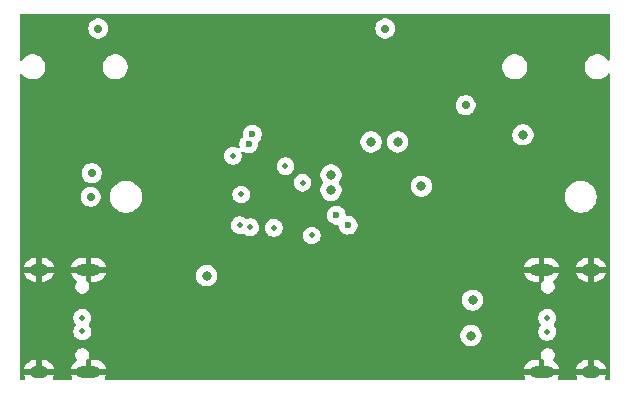
<source format=gbr>
%TF.GenerationSoftware,KiCad,Pcbnew,9.0.6*%
%TF.CreationDate,2025-12-29T19:08:17-05:00*%
%TF.ProjectId,rp2350-dual-usb,72703233-3530-42d6-9475-616c2d757362,rev?*%
%TF.SameCoordinates,Original*%
%TF.FileFunction,Copper,L3,Inr*%
%TF.FilePolarity,Positive*%
%FSLAX46Y46*%
G04 Gerber Fmt 4.6, Leading zero omitted, Abs format (unit mm)*
G04 Created by KiCad (PCBNEW 9.0.6) date 2025-12-29 19:08:17*
%MOMM*%
%LPD*%
G01*
G04 APERTURE LIST*
%TA.AperFunction,HeatsinkPad*%
%ADD10O,2.100000X1.000000*%
%TD*%
%TA.AperFunction,HeatsinkPad*%
%ADD11O,1.600000X1.000000*%
%TD*%
%TA.AperFunction,ComponentPad*%
%ADD12C,0.600000*%
%TD*%
%TA.AperFunction,ViaPad*%
%ADD13C,0.600000*%
%TD*%
%TA.AperFunction,ViaPad*%
%ADD14C,0.800000*%
%TD*%
%TA.AperFunction,ViaPad*%
%ADD15C,0.700000*%
%TD*%
%TA.AperFunction,ViaPad*%
%ADD16C,0.500000*%
%TD*%
G04 APERTURE END LIST*
D10*
%TO.N,GND*%
%TO.C,J2*%
X106320000Y-122180000D03*
D11*
X102140000Y-122180000D03*
D10*
X106320000Y-130820000D03*
D11*
X102140000Y-130820000D03*
%TD*%
D10*
%TO.N,GND*%
%TO.C,J3*%
X144680000Y-130820000D03*
D11*
X148860000Y-130820000D03*
D10*
X144680000Y-122180000D03*
D11*
X148860000Y-122180000D03*
%TD*%
D12*
%TO.N,GND*%
%TO.C,U2*%
X123175000Y-117375000D03*
X123175000Y-116000000D03*
X123175000Y-114625000D03*
X121800000Y-117375000D03*
X121800000Y-116000000D03*
X121800000Y-114625000D03*
X120425000Y-117375000D03*
X120425000Y-116000000D03*
X120425000Y-114625000D03*
%TD*%
D13*
%TO.N,GND*%
X147600000Y-118900000D03*
X103750000Y-106200000D03*
X134400000Y-121250000D03*
X101700000Y-103400000D03*
D14*
X115200000Y-118800000D03*
D13*
X127300000Y-107050000D03*
X102200000Y-110400000D03*
X114400000Y-130650000D03*
X118550000Y-121700000D03*
X128000000Y-126000000D03*
D14*
X105500000Y-117050000D03*
X131200000Y-129950000D03*
D13*
X142400000Y-101550000D03*
X103200000Y-119450000D03*
D14*
X103650000Y-113100000D03*
D13*
X111350000Y-130300000D03*
D15*
X137650000Y-113700000D03*
D14*
X115200000Y-116700000D03*
X116700000Y-126500000D03*
D13*
X109150000Y-119900000D03*
X103900000Y-129350000D03*
X101300000Y-101750000D03*
X104350000Y-108550000D03*
X135750000Y-105350000D03*
D15*
X135250000Y-113700000D03*
D13*
X106400000Y-109300000D03*
D14*
X147750000Y-109850000D03*
D13*
X112050000Y-117450000D03*
X136700000Y-102200000D03*
X118550000Y-121000000D03*
D14*
X142675000Y-130150000D03*
D13*
X129050000Y-124250000D03*
X139650000Y-113350000D03*
D14*
X125450000Y-129900000D03*
X101250000Y-114200000D03*
D13*
X147450000Y-124450000D03*
D14*
X127865000Y-116215000D03*
D13*
X132950000Y-123300000D03*
X138450000Y-130300000D03*
D14*
X105450000Y-112950000D03*
D13*
X111700000Y-104600000D03*
X134500000Y-130350000D03*
D14*
X128400000Y-119600000D03*
X142540000Y-122390000D03*
X128400000Y-114800000D03*
D13*
X111600000Y-119300000D03*
X108450000Y-109900000D03*
X105200000Y-119750000D03*
X105800000Y-111300000D03*
D14*
X111700000Y-128250000D03*
X111700000Y-125250000D03*
D13*
X113300000Y-116650000D03*
D14*
X125200000Y-121650000D03*
D15*
X136450000Y-112800000D03*
D14*
X108450000Y-122600000D03*
X120900000Y-107150000D03*
D13*
X145650000Y-102300000D03*
X138400000Y-110900000D03*
D15*
X116665000Y-119765000D03*
D13*
X140350000Y-122050000D03*
D14*
X103650000Y-114000000D03*
D13*
X103150000Y-127850000D03*
X101500000Y-107750000D03*
D14*
X133700000Y-126500000D03*
D13*
X147000000Y-127950000D03*
X113350000Y-112250000D03*
X144700000Y-116600000D03*
D14*
X138700000Y-101750000D03*
X125250000Y-105550000D03*
D13*
X128250000Y-110900000D03*
D14*
X114286399Y-102863601D03*
X119000000Y-109550000D03*
D13*
X111250000Y-113050000D03*
D14*
X132600000Y-117150000D03*
X118250000Y-102900000D03*
X115200000Y-117750000D03*
X115200000Y-115650000D03*
D13*
X103700000Y-124850000D03*
D14*
X102300000Y-114200000D03*
D13*
X122050000Y-130250000D03*
X131250000Y-113500000D03*
X146950000Y-105300000D03*
D14*
X121100000Y-103850000D03*
D13*
X145650000Y-113400000D03*
D14*
X129650000Y-108600000D03*
D13*
X140150000Y-104400000D03*
X101950000Y-125200000D03*
X149250000Y-128200000D03*
X144600000Y-119150000D03*
D14*
X121400000Y-109300000D03*
X125550000Y-107150000D03*
D13*
X129950000Y-121150000D03*
D14*
X103650000Y-116850000D03*
D13*
X141300000Y-111450000D03*
D14*
X103650000Y-115900000D03*
X101250000Y-115700000D03*
D13*
X149150000Y-125750000D03*
D14*
X115450000Y-108600000D03*
D13*
X111150000Y-121700000D03*
D14*
X123900000Y-124300000D03*
D13*
X149050000Y-113250000D03*
X139150000Y-117950000D03*
X115550000Y-111950000D03*
X126050000Y-108800000D03*
X135250000Y-109350000D03*
X105700000Y-118500000D03*
X123900000Y-126650000D03*
D14*
X103650000Y-114950000D03*
D13*
X119500000Y-130350000D03*
X132250000Y-120500000D03*
X117300000Y-130600000D03*
D14*
X123950000Y-109000000D03*
X108450000Y-130300000D03*
D13*
X113500000Y-121800000D03*
X106250000Y-104200000D03*
D14*
X101750000Y-114950000D03*
D13*
X144800000Y-104700000D03*
X138400000Y-105550000D03*
X147550000Y-111900000D03*
X113400000Y-120100000D03*
D14*
X102300000Y-115700000D03*
D13*
X139650000Y-121000000D03*
X114000000Y-114700000D03*
X148750000Y-101700000D03*
D16*
%TO.N,+3V3*%
X120008976Y-118575058D03*
X118550000Y-112525000D03*
X124450000Y-114800000D03*
D14*
X138850000Y-124750000D03*
X138700000Y-127750000D03*
X143100000Y-110750000D03*
D16*
X122000000Y-118625000D03*
X119125000Y-118400000D03*
D14*
X126850000Y-115450000D03*
D16*
X123000000Y-113400000D03*
X125225000Y-119275000D03*
D14*
X132500000Y-111350000D03*
X134500000Y-115100000D03*
D16*
X119250000Y-115800000D03*
D14*
X116325000Y-122675000D03*
X126850000Y-114150000D03*
D15*
%TO.N,Net-(J1-Pin_1)*%
X106600000Y-114000000D03*
D13*
X120200000Y-110700000D03*
%TO.N,Net-(J1-Pin_3)*%
X119900000Y-111500000D03*
D15*
X106500000Y-116000000D03*
D16*
%TO.N,/Connectors/USB1_CONN.D+*%
X105800000Y-126250000D03*
X105800000Y-127400000D03*
%TO.N,/Connectors/USB2_CONN.D-*%
X145170000Y-126250000D03*
X145170000Y-127420000D03*
D15*
%TO.N,Net-(J5-PadT)*%
X138250000Y-108250000D03*
D13*
X128300000Y-118400000D03*
D15*
%TO.N,Net-(U5-C2)*%
X131450000Y-101750000D03*
X107150000Y-101750000D03*
D13*
%TO.N,MIDI_IN_UART_RX*%
X127300000Y-117550000D03*
D14*
X130250000Y-111350000D03*
%TD*%
%TA.AperFunction,Conductor*%
%TO.N,GND*%
G36*
X150442539Y-100520185D02*
G01*
X150488294Y-100572989D01*
X150499500Y-100624500D01*
X150499500Y-104338695D01*
X150479815Y-104405734D01*
X150427011Y-104451489D01*
X150357853Y-104461433D01*
X150294297Y-104432408D01*
X150272398Y-104407586D01*
X150219083Y-104327796D01*
X150219080Y-104327792D01*
X150072207Y-104180919D01*
X150072203Y-104180916D01*
X149899490Y-104065512D01*
X149899488Y-104065511D01*
X149707590Y-103986025D01*
X149707578Y-103986022D01*
X149503862Y-103945500D01*
X149503859Y-103945500D01*
X149296141Y-103945500D01*
X149296138Y-103945500D01*
X149092421Y-103986022D01*
X149092409Y-103986025D01*
X148900511Y-104065511D01*
X148900509Y-104065512D01*
X148727796Y-104180916D01*
X148727792Y-104180919D01*
X148580919Y-104327792D01*
X148580916Y-104327796D01*
X148465512Y-104500509D01*
X148465511Y-104500511D01*
X148386025Y-104692409D01*
X148386022Y-104692421D01*
X148345500Y-104896136D01*
X148345500Y-105103863D01*
X148386022Y-105307578D01*
X148386025Y-105307590D01*
X148465511Y-105499488D01*
X148465512Y-105499490D01*
X148580916Y-105672203D01*
X148580919Y-105672207D01*
X148727792Y-105819080D01*
X148727796Y-105819083D01*
X148900507Y-105934486D01*
X148900508Y-105934486D01*
X148900509Y-105934487D01*
X148900511Y-105934488D01*
X149092409Y-106013974D01*
X149092414Y-106013976D01*
X149296136Y-106054499D01*
X149296139Y-106054500D01*
X149296141Y-106054500D01*
X149503861Y-106054500D01*
X149503862Y-106054499D01*
X149707586Y-106013976D01*
X149899493Y-105934486D01*
X150072204Y-105819083D01*
X150219083Y-105672204D01*
X150272398Y-105592412D01*
X150326010Y-105547608D01*
X150395335Y-105538901D01*
X150458363Y-105569055D01*
X150495082Y-105628498D01*
X150499500Y-105661304D01*
X150499500Y-131375500D01*
X150479815Y-131442539D01*
X150427011Y-131488294D01*
X150375500Y-131499500D01*
X150140651Y-131499500D01*
X150073612Y-131479815D01*
X150027857Y-131427011D01*
X150017913Y-131357853D01*
X150037550Y-131306607D01*
X150046187Y-131293680D01*
X150046192Y-131293671D01*
X150121569Y-131111692D01*
X150121569Y-131111690D01*
X150129862Y-131070000D01*
X149326988Y-131070000D01*
X149344205Y-131060060D01*
X149400060Y-131004205D01*
X149439556Y-130935796D01*
X149460000Y-130859496D01*
X149460000Y-130780504D01*
X149439556Y-130704204D01*
X149400060Y-130635795D01*
X149344205Y-130579940D01*
X149326988Y-130570000D01*
X150129862Y-130570000D01*
X150121569Y-130528309D01*
X150121569Y-130528307D01*
X150046192Y-130346328D01*
X150046185Y-130346315D01*
X149936751Y-130182537D01*
X149936748Y-130182533D01*
X149797466Y-130043251D01*
X149797462Y-130043248D01*
X149633684Y-129933814D01*
X149633671Y-129933807D01*
X149451693Y-129858430D01*
X149451681Y-129858427D01*
X149258495Y-129820000D01*
X149110000Y-129820000D01*
X149110000Y-130520000D01*
X148610000Y-130520000D01*
X148610000Y-129820000D01*
X148461504Y-129820000D01*
X148268318Y-129858427D01*
X148268306Y-129858430D01*
X148086328Y-129933807D01*
X148086315Y-129933814D01*
X147922537Y-130043248D01*
X147922533Y-130043251D01*
X147783251Y-130182533D01*
X147783248Y-130182537D01*
X147673814Y-130346315D01*
X147673807Y-130346328D01*
X147598430Y-130528307D01*
X147598430Y-130528309D01*
X147590138Y-130570000D01*
X148393012Y-130570000D01*
X148375795Y-130579940D01*
X148319940Y-130635795D01*
X148280444Y-130704204D01*
X148260000Y-130780504D01*
X148260000Y-130859496D01*
X148280444Y-130935796D01*
X148319940Y-131004205D01*
X148375795Y-131060060D01*
X148393012Y-131070000D01*
X147590138Y-131070000D01*
X147598430Y-131111690D01*
X147598430Y-131111692D01*
X147673807Y-131293671D01*
X147673812Y-131293680D01*
X147682450Y-131306607D01*
X147703329Y-131373285D01*
X147684846Y-131440665D01*
X147632867Y-131487356D01*
X147579349Y-131499500D01*
X146210651Y-131499500D01*
X146143612Y-131479815D01*
X146097857Y-131427011D01*
X146087913Y-131357853D01*
X146107550Y-131306607D01*
X146116187Y-131293680D01*
X146116192Y-131293671D01*
X146191569Y-131111692D01*
X146191569Y-131111690D01*
X146199862Y-131070000D01*
X145396988Y-131070000D01*
X145414205Y-131060060D01*
X145470060Y-131004205D01*
X145509556Y-130935796D01*
X145530000Y-130859496D01*
X145530000Y-130780504D01*
X145509556Y-130704204D01*
X145470060Y-130635795D01*
X145414205Y-130579940D01*
X145396988Y-130570000D01*
X146199862Y-130570000D01*
X146191569Y-130528309D01*
X146191569Y-130528307D01*
X146116192Y-130346328D01*
X146116185Y-130346315D01*
X146006751Y-130182537D01*
X146006748Y-130182533D01*
X145867466Y-130043251D01*
X145867462Y-130043248D01*
X145698613Y-129930426D01*
X145700110Y-129928184D01*
X145658677Y-129886788D01*
X145643794Y-129818522D01*
X145668181Y-129753046D01*
X145669111Y-129751819D01*
X145673703Y-129745832D01*
X145673715Y-129745821D01*
X145750008Y-129613678D01*
X145789500Y-129466293D01*
X145789500Y-129313707D01*
X145750008Y-129166322D01*
X145673715Y-129034179D01*
X145565821Y-128926285D01*
X145565819Y-128926284D01*
X145565817Y-128926282D01*
X145433681Y-128849993D01*
X145433682Y-128849993D01*
X145421595Y-128846754D01*
X145286293Y-128810500D01*
X145133707Y-128810500D01*
X144998404Y-128846754D01*
X144986318Y-128849993D01*
X144854182Y-128926282D01*
X144854176Y-128926287D01*
X144746287Y-129034176D01*
X144746282Y-129034182D01*
X144669993Y-129166318D01*
X144669992Y-129166322D01*
X144630500Y-129313707D01*
X144630500Y-129466293D01*
X144669992Y-129613678D01*
X144669993Y-129613681D01*
X144746282Y-129745817D01*
X144746283Y-129745818D01*
X144746285Y-129745821D01*
X144854179Y-129853715D01*
X144854180Y-129853716D01*
X144854182Y-129853717D01*
X144867996Y-129861692D01*
X144916214Y-129912257D01*
X144930000Y-129969081D01*
X144930000Y-130520000D01*
X144430000Y-130520000D01*
X144430000Y-129820000D01*
X144031504Y-129820000D01*
X143838318Y-129858427D01*
X143838306Y-129858430D01*
X143656328Y-129933807D01*
X143656315Y-129933814D01*
X143492537Y-130043248D01*
X143492533Y-130043251D01*
X143353251Y-130182533D01*
X143353248Y-130182537D01*
X143243814Y-130346315D01*
X143243807Y-130346328D01*
X143168430Y-130528307D01*
X143168430Y-130528309D01*
X143160138Y-130570000D01*
X143963012Y-130570000D01*
X143945795Y-130579940D01*
X143889940Y-130635795D01*
X143850444Y-130704204D01*
X143830000Y-130780504D01*
X143830000Y-130859496D01*
X143850444Y-130935796D01*
X143889940Y-131004205D01*
X143945795Y-131060060D01*
X143963012Y-131070000D01*
X143160138Y-131070000D01*
X143168430Y-131111690D01*
X143168430Y-131111692D01*
X143243807Y-131293671D01*
X143243812Y-131293680D01*
X143252450Y-131306607D01*
X143273329Y-131373285D01*
X143254846Y-131440665D01*
X143202867Y-131487356D01*
X143149349Y-131499500D01*
X107850651Y-131499500D01*
X107783612Y-131479815D01*
X107737857Y-131427011D01*
X107727913Y-131357853D01*
X107747550Y-131306607D01*
X107756187Y-131293680D01*
X107756192Y-131293671D01*
X107831569Y-131111692D01*
X107831569Y-131111690D01*
X107839862Y-131070000D01*
X107036988Y-131070000D01*
X107054205Y-131060060D01*
X107110060Y-131004205D01*
X107149556Y-130935796D01*
X107170000Y-130859496D01*
X107170000Y-130780504D01*
X107149556Y-130704204D01*
X107110060Y-130635795D01*
X107054205Y-130579940D01*
X107036988Y-130570000D01*
X107839862Y-130570000D01*
X107831569Y-130528309D01*
X107831569Y-130528307D01*
X107756192Y-130346328D01*
X107756185Y-130346315D01*
X107646751Y-130182537D01*
X107646748Y-130182533D01*
X107507466Y-130043251D01*
X107507462Y-130043248D01*
X107343684Y-129933814D01*
X107343671Y-129933807D01*
X107161693Y-129858430D01*
X107161681Y-129858427D01*
X106968495Y-129820000D01*
X106570000Y-129820000D01*
X106570000Y-130520000D01*
X106070000Y-130520000D01*
X106070000Y-129969081D01*
X106089685Y-129902042D01*
X106132004Y-129861692D01*
X106137654Y-129858430D01*
X106145821Y-129853715D01*
X106253715Y-129745821D01*
X106264999Y-129726275D01*
X106276339Y-129706637D01*
X106330006Y-129613681D01*
X106330005Y-129613681D01*
X106330008Y-129613678D01*
X106369500Y-129466293D01*
X106369500Y-129313707D01*
X106330008Y-129166322D01*
X106253715Y-129034179D01*
X106145821Y-128926285D01*
X106145819Y-128926284D01*
X106145817Y-128926282D01*
X106013681Y-128849993D01*
X106013682Y-128849993D01*
X106001595Y-128846754D01*
X105866293Y-128810500D01*
X105713707Y-128810500D01*
X105578404Y-128846754D01*
X105566318Y-128849993D01*
X105434182Y-128926282D01*
X105434176Y-128926287D01*
X105326287Y-129034176D01*
X105326282Y-129034182D01*
X105249993Y-129166318D01*
X105249992Y-129166322D01*
X105210500Y-129313707D01*
X105210500Y-129466293D01*
X105249992Y-129613678D01*
X105249993Y-129613681D01*
X105326283Y-129745818D01*
X105330892Y-129751824D01*
X105356088Y-129816993D01*
X105342051Y-129885438D01*
X105300060Y-129928441D01*
X105301387Y-129930427D01*
X105132536Y-130043248D01*
X104993251Y-130182533D01*
X104993248Y-130182537D01*
X104883814Y-130346315D01*
X104883807Y-130346328D01*
X104808430Y-130528307D01*
X104808430Y-130528309D01*
X104800138Y-130570000D01*
X105603012Y-130570000D01*
X105585795Y-130579940D01*
X105529940Y-130635795D01*
X105490444Y-130704204D01*
X105470000Y-130780504D01*
X105470000Y-130859496D01*
X105490444Y-130935796D01*
X105529940Y-131004205D01*
X105585795Y-131060060D01*
X105603012Y-131070000D01*
X104800138Y-131070000D01*
X104808430Y-131111690D01*
X104808430Y-131111692D01*
X104883807Y-131293671D01*
X104883812Y-131293680D01*
X104892450Y-131306607D01*
X104913329Y-131373285D01*
X104894846Y-131440665D01*
X104842867Y-131487356D01*
X104789349Y-131499500D01*
X103420651Y-131499500D01*
X103353612Y-131479815D01*
X103307857Y-131427011D01*
X103297913Y-131357853D01*
X103317550Y-131306607D01*
X103326187Y-131293680D01*
X103326192Y-131293671D01*
X103401569Y-131111692D01*
X103401569Y-131111690D01*
X103409862Y-131070000D01*
X102606988Y-131070000D01*
X102624205Y-131060060D01*
X102680060Y-131004205D01*
X102719556Y-130935796D01*
X102740000Y-130859496D01*
X102740000Y-130780504D01*
X102719556Y-130704204D01*
X102680060Y-130635795D01*
X102624205Y-130579940D01*
X102606988Y-130570000D01*
X103409862Y-130570000D01*
X103401569Y-130528309D01*
X103401569Y-130528307D01*
X103326192Y-130346328D01*
X103326185Y-130346315D01*
X103216751Y-130182537D01*
X103216748Y-130182533D01*
X103077466Y-130043251D01*
X103077462Y-130043248D01*
X102913684Y-129933814D01*
X102913671Y-129933807D01*
X102731693Y-129858430D01*
X102731681Y-129858427D01*
X102538495Y-129820000D01*
X102390000Y-129820000D01*
X102390000Y-130520000D01*
X101890000Y-130520000D01*
X101890000Y-129820000D01*
X101741504Y-129820000D01*
X101548318Y-129858427D01*
X101548306Y-129858430D01*
X101366328Y-129933807D01*
X101366315Y-129933814D01*
X101202537Y-130043248D01*
X101202533Y-130043251D01*
X101063251Y-130182533D01*
X101063248Y-130182537D01*
X100953814Y-130346315D01*
X100953807Y-130346328D01*
X100878430Y-130528307D01*
X100878430Y-130528309D01*
X100870138Y-130570000D01*
X101673012Y-130570000D01*
X101655795Y-130579940D01*
X101599940Y-130635795D01*
X101560444Y-130704204D01*
X101540000Y-130780504D01*
X101540000Y-130859496D01*
X101560444Y-130935796D01*
X101599940Y-131004205D01*
X101655795Y-131060060D01*
X101673012Y-131070000D01*
X100870138Y-131070000D01*
X100878430Y-131111690D01*
X100878430Y-131111692D01*
X100953807Y-131293671D01*
X100953812Y-131293680D01*
X100962450Y-131306607D01*
X100983329Y-131373285D01*
X100964846Y-131440665D01*
X100912867Y-131487356D01*
X100859349Y-131499500D01*
X100624500Y-131499500D01*
X100557461Y-131479815D01*
X100511706Y-131427011D01*
X100500500Y-131375500D01*
X100500500Y-126323920D01*
X105049499Y-126323920D01*
X105078340Y-126468907D01*
X105078343Y-126468917D01*
X105134912Y-126605488D01*
X105134919Y-126605501D01*
X105217048Y-126728415D01*
X105217051Y-126728419D01*
X105225951Y-126737319D01*
X105259436Y-126798642D01*
X105254452Y-126868334D01*
X105225951Y-126912681D01*
X105217051Y-126921580D01*
X105217048Y-126921584D01*
X105134919Y-127044498D01*
X105134912Y-127044511D01*
X105078343Y-127181082D01*
X105078340Y-127181092D01*
X105049500Y-127326079D01*
X105049500Y-127326082D01*
X105049500Y-127473918D01*
X105049500Y-127473920D01*
X105049499Y-127473920D01*
X105078340Y-127618907D01*
X105078343Y-127618917D01*
X105134912Y-127755488D01*
X105134919Y-127755501D01*
X105217048Y-127878415D01*
X105217051Y-127878419D01*
X105321580Y-127982948D01*
X105321584Y-127982951D01*
X105444498Y-128065080D01*
X105444511Y-128065087D01*
X105581082Y-128121656D01*
X105581087Y-128121658D01*
X105581091Y-128121658D01*
X105581092Y-128121659D01*
X105726079Y-128150500D01*
X105726082Y-128150500D01*
X105873920Y-128150500D01*
X105971462Y-128131096D01*
X106018913Y-128121658D01*
X106155495Y-128065084D01*
X106278416Y-127982951D01*
X106382951Y-127878416D01*
X106465084Y-127755495D01*
X106504099Y-127661304D01*
X137799500Y-127661304D01*
X137799500Y-127838695D01*
X137834103Y-128012658D01*
X137834106Y-128012667D01*
X137901983Y-128176540D01*
X137901990Y-128176553D01*
X138000535Y-128324034D01*
X138000538Y-128324038D01*
X138125961Y-128449461D01*
X138125965Y-128449464D01*
X138273446Y-128548009D01*
X138273459Y-128548016D01*
X138396363Y-128598923D01*
X138437334Y-128615894D01*
X138437336Y-128615894D01*
X138437341Y-128615896D01*
X138611304Y-128650499D01*
X138611307Y-128650500D01*
X138611309Y-128650500D01*
X138788693Y-128650500D01*
X138788694Y-128650499D01*
X138846682Y-128638964D01*
X138962658Y-128615896D01*
X138962661Y-128615894D01*
X138962666Y-128615894D01*
X139126547Y-128548013D01*
X139274035Y-128449464D01*
X139399464Y-128324035D01*
X139498013Y-128176547D01*
X139565894Y-128012666D01*
X139567827Y-128002951D01*
X139588964Y-127896682D01*
X139600500Y-127838691D01*
X139600500Y-127661309D01*
X139600500Y-127661306D01*
X139600499Y-127661304D01*
X139565896Y-127487341D01*
X139565893Y-127487332D01*
X139498016Y-127323459D01*
X139498009Y-127323446D01*
X139399464Y-127175965D01*
X139399461Y-127175961D01*
X139274038Y-127050538D01*
X139274034Y-127050535D01*
X139126553Y-126951990D01*
X139126540Y-126951983D01*
X138962667Y-126884106D01*
X138962658Y-126884103D01*
X138788694Y-126849500D01*
X138788691Y-126849500D01*
X138611309Y-126849500D01*
X138611306Y-126849500D01*
X138437341Y-126884103D01*
X138437332Y-126884106D01*
X138273459Y-126951983D01*
X138273446Y-126951990D01*
X138125965Y-127050535D01*
X138125961Y-127050538D01*
X138000538Y-127175961D01*
X138000535Y-127175965D01*
X137901990Y-127323446D01*
X137901983Y-127323459D01*
X137834106Y-127487332D01*
X137834103Y-127487341D01*
X137799500Y-127661304D01*
X106504099Y-127661304D01*
X106521658Y-127618913D01*
X106531272Y-127570581D01*
X106550500Y-127473920D01*
X106550500Y-127326079D01*
X106521659Y-127181092D01*
X106521658Y-127181091D01*
X106521658Y-127181087D01*
X106473371Y-127064511D01*
X106465087Y-127044511D01*
X106465080Y-127044498D01*
X106382952Y-126921585D01*
X106382947Y-126921580D01*
X106374049Y-126912682D01*
X106340564Y-126851363D01*
X106345546Y-126781671D01*
X106374049Y-126737317D01*
X106382951Y-126728416D01*
X106465084Y-126605495D01*
X106521658Y-126468913D01*
X106550500Y-126323920D01*
X144419499Y-126323920D01*
X144448340Y-126468907D01*
X144448343Y-126468917D01*
X144504912Y-126605488D01*
X144504919Y-126605501D01*
X144587048Y-126728415D01*
X144587051Y-126728419D01*
X144605951Y-126747319D01*
X144639436Y-126808642D01*
X144634452Y-126878334D01*
X144605951Y-126922681D01*
X144587051Y-126941580D01*
X144587048Y-126941584D01*
X144504919Y-127064498D01*
X144504912Y-127064511D01*
X144448343Y-127201082D01*
X144448340Y-127201092D01*
X144419500Y-127346079D01*
X144419500Y-127346082D01*
X144419500Y-127493918D01*
X144419500Y-127493920D01*
X144419499Y-127493920D01*
X144448340Y-127638907D01*
X144448343Y-127638917D01*
X144504912Y-127775488D01*
X144504919Y-127775501D01*
X144587048Y-127898415D01*
X144587051Y-127898419D01*
X144691580Y-128002948D01*
X144691584Y-128002951D01*
X144814498Y-128085080D01*
X144814511Y-128085087D01*
X144951082Y-128141656D01*
X144951087Y-128141658D01*
X144951091Y-128141658D01*
X144951092Y-128141659D01*
X145096079Y-128170500D01*
X145096082Y-128170500D01*
X145243920Y-128170500D01*
X145344462Y-128150500D01*
X145388913Y-128141658D01*
X145525495Y-128085084D01*
X145648416Y-128002951D01*
X145752951Y-127898416D01*
X145835084Y-127775495D01*
X145891658Y-127638913D01*
X145920500Y-127493918D01*
X145920500Y-127346082D01*
X145920500Y-127346079D01*
X145891659Y-127201092D01*
X145891658Y-127201091D01*
X145891658Y-127201087D01*
X145881252Y-127175965D01*
X145835087Y-127064511D01*
X145835080Y-127064498D01*
X145752951Y-126941584D01*
X145752949Y-126941581D01*
X145734050Y-126922683D01*
X145700563Y-126861361D01*
X145705546Y-126791669D01*
X145734050Y-126747317D01*
X145752949Y-126728418D01*
X145752951Y-126728416D01*
X145835084Y-126605495D01*
X145891658Y-126468913D01*
X145920500Y-126323918D01*
X145920500Y-126176082D01*
X145920500Y-126176079D01*
X145891659Y-126031092D01*
X145891658Y-126031091D01*
X145891658Y-126031087D01*
X145891656Y-126031082D01*
X145835087Y-125894511D01*
X145835080Y-125894498D01*
X145752951Y-125771584D01*
X145752948Y-125771580D01*
X145648419Y-125667051D01*
X145648415Y-125667048D01*
X145525501Y-125584919D01*
X145525488Y-125584912D01*
X145388917Y-125528343D01*
X145388907Y-125528340D01*
X145243920Y-125499500D01*
X145243918Y-125499500D01*
X145096082Y-125499500D01*
X145096080Y-125499500D01*
X144951092Y-125528340D01*
X144951082Y-125528343D01*
X144814511Y-125584912D01*
X144814498Y-125584919D01*
X144691584Y-125667048D01*
X144691580Y-125667051D01*
X144587051Y-125771580D01*
X144587048Y-125771584D01*
X144504919Y-125894498D01*
X144504912Y-125894511D01*
X144448343Y-126031082D01*
X144448340Y-126031092D01*
X144419500Y-126176079D01*
X144419500Y-126176082D01*
X144419500Y-126323918D01*
X144419500Y-126323920D01*
X144419499Y-126323920D01*
X106550500Y-126323920D01*
X106550500Y-126323918D01*
X106550500Y-126176082D01*
X106550500Y-126176079D01*
X106521659Y-126031092D01*
X106521658Y-126031091D01*
X106521658Y-126031087D01*
X106521656Y-126031082D01*
X106465087Y-125894511D01*
X106465080Y-125894498D01*
X106382951Y-125771584D01*
X106382948Y-125771580D01*
X106278419Y-125667051D01*
X106278415Y-125667048D01*
X106155501Y-125584919D01*
X106155488Y-125584912D01*
X106018917Y-125528343D01*
X106018907Y-125528340D01*
X105873920Y-125499500D01*
X105873918Y-125499500D01*
X105726082Y-125499500D01*
X105726080Y-125499500D01*
X105581092Y-125528340D01*
X105581082Y-125528343D01*
X105444511Y-125584912D01*
X105444498Y-125584919D01*
X105321584Y-125667048D01*
X105321580Y-125667051D01*
X105217051Y-125771580D01*
X105217048Y-125771584D01*
X105134919Y-125894498D01*
X105134912Y-125894511D01*
X105078343Y-126031082D01*
X105078340Y-126031092D01*
X105049500Y-126176079D01*
X105049500Y-126176082D01*
X105049500Y-126323918D01*
X105049500Y-126323920D01*
X105049499Y-126323920D01*
X100500500Y-126323920D01*
X100500500Y-124661304D01*
X137949500Y-124661304D01*
X137949500Y-124838695D01*
X137984103Y-125012658D01*
X137984106Y-125012667D01*
X138051983Y-125176540D01*
X138051990Y-125176553D01*
X138150535Y-125324034D01*
X138150538Y-125324038D01*
X138275961Y-125449461D01*
X138275965Y-125449464D01*
X138423446Y-125548009D01*
X138423459Y-125548016D01*
X138512553Y-125584919D01*
X138587334Y-125615894D01*
X138587336Y-125615894D01*
X138587341Y-125615896D01*
X138761304Y-125650499D01*
X138761307Y-125650500D01*
X138761309Y-125650500D01*
X138938693Y-125650500D01*
X138938694Y-125650499D01*
X138996682Y-125638964D01*
X139112658Y-125615896D01*
X139112661Y-125615894D01*
X139112666Y-125615894D01*
X139276547Y-125548013D01*
X139424035Y-125449464D01*
X139549464Y-125324035D01*
X139648013Y-125176547D01*
X139715894Y-125012666D01*
X139750500Y-124838691D01*
X139750500Y-124661309D01*
X139750500Y-124661306D01*
X139750499Y-124661304D01*
X139715896Y-124487341D01*
X139715893Y-124487332D01*
X139648016Y-124323459D01*
X139648009Y-124323446D01*
X139549464Y-124175965D01*
X139549461Y-124175961D01*
X139424038Y-124050538D01*
X139424034Y-124050535D01*
X139276553Y-123951990D01*
X139276540Y-123951983D01*
X139112667Y-123884106D01*
X139112658Y-123884103D01*
X138938694Y-123849500D01*
X138938691Y-123849500D01*
X138761309Y-123849500D01*
X138761306Y-123849500D01*
X138587341Y-123884103D01*
X138587332Y-123884106D01*
X138423459Y-123951983D01*
X138423446Y-123951990D01*
X138275965Y-124050535D01*
X138275961Y-124050538D01*
X138150538Y-124175961D01*
X138150535Y-124175965D01*
X138051990Y-124323446D01*
X138051983Y-124323459D01*
X137984106Y-124487332D01*
X137984103Y-124487341D01*
X137949500Y-124661304D01*
X100500500Y-124661304D01*
X100500500Y-121930000D01*
X100870138Y-121930000D01*
X101673012Y-121930000D01*
X101655795Y-121939940D01*
X101599940Y-121995795D01*
X101560444Y-122064204D01*
X101540000Y-122140504D01*
X101540000Y-122219496D01*
X101560444Y-122295796D01*
X101599940Y-122364205D01*
X101655795Y-122420060D01*
X101673012Y-122430000D01*
X100870138Y-122430000D01*
X100878430Y-122471690D01*
X100878430Y-122471692D01*
X100953807Y-122653671D01*
X100953814Y-122653684D01*
X101063248Y-122817462D01*
X101063251Y-122817466D01*
X101202533Y-122956748D01*
X101202537Y-122956751D01*
X101366315Y-123066185D01*
X101366328Y-123066192D01*
X101548306Y-123141569D01*
X101548318Y-123141572D01*
X101741504Y-123179999D01*
X101741508Y-123180000D01*
X101890000Y-123180000D01*
X101890000Y-122480000D01*
X102390000Y-122480000D01*
X102390000Y-123180000D01*
X102538492Y-123180000D01*
X102538495Y-123179999D01*
X102731681Y-123141572D01*
X102731693Y-123141569D01*
X102913671Y-123066192D01*
X102913684Y-123066185D01*
X103077462Y-122956751D01*
X103077466Y-122956748D01*
X103216748Y-122817466D01*
X103216751Y-122817462D01*
X103326185Y-122653684D01*
X103326192Y-122653671D01*
X103401569Y-122471692D01*
X103401569Y-122471690D01*
X103409862Y-122430000D01*
X102606988Y-122430000D01*
X102624205Y-122420060D01*
X102680060Y-122364205D01*
X102719556Y-122295796D01*
X102740000Y-122219496D01*
X102740000Y-122140504D01*
X102719556Y-122064204D01*
X102680060Y-121995795D01*
X102624205Y-121939940D01*
X102606988Y-121930000D01*
X103409862Y-121930000D01*
X104800138Y-121930000D01*
X105603012Y-121930000D01*
X105585795Y-121939940D01*
X105529940Y-121995795D01*
X105490444Y-122064204D01*
X105470000Y-122140504D01*
X105470000Y-122219496D01*
X105490444Y-122295796D01*
X105529940Y-122364205D01*
X105585795Y-122420060D01*
X105603012Y-122430000D01*
X104800138Y-122430000D01*
X104808430Y-122471690D01*
X104808430Y-122471692D01*
X104883807Y-122653671D01*
X104883814Y-122653684D01*
X104993248Y-122817462D01*
X104993251Y-122817466D01*
X105132533Y-122956748D01*
X105132537Y-122956751D01*
X105301387Y-123069574D01*
X105299674Y-123072137D01*
X105340306Y-123111388D01*
X105356335Y-123179394D01*
X105333054Y-123245271D01*
X105330895Y-123248171D01*
X105326284Y-123254179D01*
X105249993Y-123386318D01*
X105249992Y-123386322D01*
X105210500Y-123533707D01*
X105210500Y-123686293D01*
X105249992Y-123833678D01*
X105249993Y-123833681D01*
X105326282Y-123965817D01*
X105326284Y-123965819D01*
X105326285Y-123965821D01*
X105434179Y-124073715D01*
X105434180Y-124073716D01*
X105434182Y-124073717D01*
X105566318Y-124150006D01*
X105566319Y-124150006D01*
X105566322Y-124150008D01*
X105713707Y-124189500D01*
X105713710Y-124189500D01*
X105866290Y-124189500D01*
X105866293Y-124189500D01*
X106013678Y-124150008D01*
X106145821Y-124073715D01*
X106253715Y-123965821D01*
X106330008Y-123833678D01*
X106369500Y-123686293D01*
X106369500Y-123533707D01*
X106330008Y-123386322D01*
X106253715Y-123254179D01*
X106145821Y-123146285D01*
X106131998Y-123138304D01*
X106083783Y-123087736D01*
X106070000Y-123030918D01*
X106070000Y-122480000D01*
X106570000Y-122480000D01*
X106570000Y-123180000D01*
X106968492Y-123180000D01*
X106968495Y-123179999D01*
X107161681Y-123141572D01*
X107161693Y-123141569D01*
X107343671Y-123066192D01*
X107343684Y-123066185D01*
X107507462Y-122956751D01*
X107507466Y-122956748D01*
X107646748Y-122817466D01*
X107646751Y-122817462D01*
X107756185Y-122653684D01*
X107756192Y-122653671D01*
X107784096Y-122586304D01*
X115424500Y-122586304D01*
X115424500Y-122763695D01*
X115459103Y-122937658D01*
X115459106Y-122937667D01*
X115526983Y-123101540D01*
X115526990Y-123101553D01*
X115625535Y-123249034D01*
X115625538Y-123249038D01*
X115750961Y-123374461D01*
X115750965Y-123374464D01*
X115898446Y-123473009D01*
X115898459Y-123473016D01*
X116021363Y-123523923D01*
X116062334Y-123540894D01*
X116062336Y-123540894D01*
X116062341Y-123540896D01*
X116236304Y-123575499D01*
X116236307Y-123575500D01*
X116236309Y-123575500D01*
X116413693Y-123575500D01*
X116413694Y-123575499D01*
X116471682Y-123563964D01*
X116587658Y-123540896D01*
X116587661Y-123540894D01*
X116587666Y-123540894D01*
X116751547Y-123473013D01*
X116800383Y-123440381D01*
X116827178Y-123422478D01*
X116881294Y-123386318D01*
X116899035Y-123374464D01*
X117024464Y-123249035D01*
X117123013Y-123101547D01*
X117190894Y-122937666D01*
X117225500Y-122763691D01*
X117225500Y-122586309D01*
X117225500Y-122586306D01*
X117192590Y-122420861D01*
X117192590Y-122420860D01*
X117192589Y-122420857D01*
X117190894Y-122412334D01*
X117142623Y-122295796D01*
X117123016Y-122248459D01*
X117123009Y-122248446D01*
X117024464Y-122100965D01*
X117024461Y-122100961D01*
X116899038Y-121975538D01*
X116899034Y-121975535D01*
X116830887Y-121930000D01*
X143160138Y-121930000D01*
X143963012Y-121930000D01*
X143945795Y-121939940D01*
X143889940Y-121995795D01*
X143850444Y-122064204D01*
X143830000Y-122140504D01*
X143830000Y-122219496D01*
X143850444Y-122295796D01*
X143889940Y-122364205D01*
X143945795Y-122420060D01*
X143963012Y-122430000D01*
X143160138Y-122430000D01*
X143168430Y-122471690D01*
X143168430Y-122471692D01*
X143243807Y-122653671D01*
X143243814Y-122653684D01*
X143353248Y-122817462D01*
X143353251Y-122817466D01*
X143492533Y-122956748D01*
X143492537Y-122956751D01*
X143656315Y-123066185D01*
X143656328Y-123066192D01*
X143838306Y-123141569D01*
X143838318Y-123141572D01*
X144031504Y-123179999D01*
X144031508Y-123180000D01*
X144430000Y-123180000D01*
X144430000Y-122480000D01*
X144930000Y-122480000D01*
X144930000Y-123030918D01*
X144910315Y-123097957D01*
X144868002Y-123138304D01*
X144854182Y-123146283D01*
X144854176Y-123146287D01*
X144746287Y-123254176D01*
X144746282Y-123254182D01*
X144669993Y-123386318D01*
X144669992Y-123386322D01*
X144630500Y-123533707D01*
X144630500Y-123686293D01*
X144669992Y-123833678D01*
X144669993Y-123833681D01*
X144746282Y-123965817D01*
X144746284Y-123965819D01*
X144746285Y-123965821D01*
X144854179Y-124073715D01*
X144854180Y-124073716D01*
X144854182Y-124073717D01*
X144986318Y-124150006D01*
X144986319Y-124150006D01*
X144986322Y-124150008D01*
X145133707Y-124189500D01*
X145133710Y-124189500D01*
X145286290Y-124189500D01*
X145286293Y-124189500D01*
X145433678Y-124150008D01*
X145565821Y-124073715D01*
X145673715Y-123965821D01*
X145750008Y-123833678D01*
X145789500Y-123686293D01*
X145789500Y-123533707D01*
X145750008Y-123386322D01*
X145673715Y-123254179D01*
X145673712Y-123254176D01*
X145669108Y-123248176D01*
X145643912Y-123183007D01*
X145657949Y-123114562D01*
X145699939Y-123071558D01*
X145698613Y-123069574D01*
X145867462Y-122956751D01*
X145867466Y-122956748D01*
X146006748Y-122817466D01*
X146006751Y-122817462D01*
X146116185Y-122653684D01*
X146116192Y-122653671D01*
X146191569Y-122471692D01*
X146191569Y-122471690D01*
X146199862Y-122430000D01*
X145396988Y-122430000D01*
X145414205Y-122420060D01*
X145470060Y-122364205D01*
X145509556Y-122295796D01*
X145530000Y-122219496D01*
X145530000Y-122140504D01*
X145509556Y-122064204D01*
X145470060Y-121995795D01*
X145414205Y-121939940D01*
X145396988Y-121930000D01*
X146199862Y-121930000D01*
X147590138Y-121930000D01*
X148393012Y-121930000D01*
X148375795Y-121939940D01*
X148319940Y-121995795D01*
X148280444Y-122064204D01*
X148260000Y-122140504D01*
X148260000Y-122219496D01*
X148280444Y-122295796D01*
X148319940Y-122364205D01*
X148375795Y-122420060D01*
X148393012Y-122430000D01*
X147590138Y-122430000D01*
X147598430Y-122471690D01*
X147598430Y-122471692D01*
X147673807Y-122653671D01*
X147673814Y-122653684D01*
X147783248Y-122817462D01*
X147783251Y-122817466D01*
X147922533Y-122956748D01*
X147922537Y-122956751D01*
X148086315Y-123066185D01*
X148086328Y-123066192D01*
X148268306Y-123141569D01*
X148268318Y-123141572D01*
X148461504Y-123179999D01*
X148461508Y-123180000D01*
X148610000Y-123180000D01*
X148610000Y-122480000D01*
X149110000Y-122480000D01*
X149110000Y-123180000D01*
X149258492Y-123180000D01*
X149258495Y-123179999D01*
X149451681Y-123141572D01*
X149451693Y-123141569D01*
X149633671Y-123066192D01*
X149633684Y-123066185D01*
X149797462Y-122956751D01*
X149797466Y-122956748D01*
X149936748Y-122817466D01*
X149936751Y-122817462D01*
X150046185Y-122653684D01*
X150046192Y-122653671D01*
X150121569Y-122471692D01*
X150121569Y-122471690D01*
X150129862Y-122430000D01*
X149326988Y-122430000D01*
X149344205Y-122420060D01*
X149400060Y-122364205D01*
X149439556Y-122295796D01*
X149460000Y-122219496D01*
X149460000Y-122140504D01*
X149439556Y-122064204D01*
X149400060Y-121995795D01*
X149344205Y-121939940D01*
X149326988Y-121930000D01*
X150129862Y-121930000D01*
X150121569Y-121888309D01*
X150121569Y-121888307D01*
X150046192Y-121706328D01*
X150046185Y-121706315D01*
X149936751Y-121542537D01*
X149936748Y-121542533D01*
X149797466Y-121403251D01*
X149797462Y-121403248D01*
X149633684Y-121293814D01*
X149633671Y-121293807D01*
X149451693Y-121218430D01*
X149451681Y-121218427D01*
X149258495Y-121180000D01*
X149110000Y-121180000D01*
X149110000Y-121880000D01*
X148610000Y-121880000D01*
X148610000Y-121180000D01*
X148461504Y-121180000D01*
X148268318Y-121218427D01*
X148268306Y-121218430D01*
X148086328Y-121293807D01*
X148086315Y-121293814D01*
X147922537Y-121403248D01*
X147922533Y-121403251D01*
X147783251Y-121542533D01*
X147783248Y-121542537D01*
X147673814Y-121706315D01*
X147673807Y-121706328D01*
X147598430Y-121888307D01*
X147598430Y-121888309D01*
X147590138Y-121930000D01*
X146199862Y-121930000D01*
X146191569Y-121888309D01*
X146191569Y-121888307D01*
X146116192Y-121706328D01*
X146116185Y-121706315D01*
X146006751Y-121542537D01*
X146006748Y-121542533D01*
X145867466Y-121403251D01*
X145867462Y-121403248D01*
X145703684Y-121293814D01*
X145703671Y-121293807D01*
X145521693Y-121218430D01*
X145521681Y-121218427D01*
X145328495Y-121180000D01*
X144930000Y-121180000D01*
X144930000Y-121880000D01*
X144430000Y-121880000D01*
X144430000Y-121180000D01*
X144031504Y-121180000D01*
X143838318Y-121218427D01*
X143838306Y-121218430D01*
X143656328Y-121293807D01*
X143656315Y-121293814D01*
X143492537Y-121403248D01*
X143492533Y-121403251D01*
X143353251Y-121542533D01*
X143353248Y-121542537D01*
X143243814Y-121706315D01*
X143243807Y-121706328D01*
X143168430Y-121888307D01*
X143168430Y-121888309D01*
X143160138Y-121930000D01*
X116830887Y-121930000D01*
X116751553Y-121876990D01*
X116751540Y-121876983D01*
X116587667Y-121809106D01*
X116587658Y-121809103D01*
X116413694Y-121774500D01*
X116413691Y-121774500D01*
X116236309Y-121774500D01*
X116236306Y-121774500D01*
X116062341Y-121809103D01*
X116062332Y-121809106D01*
X115898459Y-121876983D01*
X115898446Y-121876990D01*
X115750965Y-121975535D01*
X115750961Y-121975538D01*
X115625538Y-122100961D01*
X115625535Y-122100965D01*
X115526990Y-122248446D01*
X115526983Y-122248459D01*
X115459106Y-122412332D01*
X115459103Y-122412341D01*
X115424500Y-122586304D01*
X107784096Y-122586304D01*
X107806273Y-122532765D01*
X107831569Y-122471692D01*
X107831569Y-122471690D01*
X107839862Y-122430000D01*
X107036988Y-122430000D01*
X107054205Y-122420060D01*
X107110060Y-122364205D01*
X107149556Y-122295796D01*
X107170000Y-122219496D01*
X107170000Y-122140504D01*
X107149556Y-122064204D01*
X107110060Y-121995795D01*
X107054205Y-121939940D01*
X107036988Y-121930000D01*
X107839862Y-121930000D01*
X107831569Y-121888309D01*
X107831569Y-121888307D01*
X107756192Y-121706328D01*
X107756185Y-121706315D01*
X107646751Y-121542537D01*
X107646748Y-121542533D01*
X107507466Y-121403251D01*
X107507462Y-121403248D01*
X107343684Y-121293814D01*
X107343671Y-121293807D01*
X107161693Y-121218430D01*
X107161681Y-121218427D01*
X106968495Y-121180000D01*
X106570000Y-121180000D01*
X106570000Y-121880000D01*
X106070000Y-121880000D01*
X106070000Y-121180000D01*
X105671504Y-121180000D01*
X105478318Y-121218427D01*
X105478306Y-121218430D01*
X105296328Y-121293807D01*
X105296315Y-121293814D01*
X105132537Y-121403248D01*
X105132533Y-121403251D01*
X104993251Y-121542533D01*
X104993248Y-121542537D01*
X104883814Y-121706315D01*
X104883807Y-121706328D01*
X104808430Y-121888307D01*
X104808430Y-121888309D01*
X104800138Y-121930000D01*
X103409862Y-121930000D01*
X103401569Y-121888309D01*
X103401569Y-121888307D01*
X103326192Y-121706328D01*
X103326185Y-121706315D01*
X103216751Y-121542537D01*
X103216748Y-121542533D01*
X103077466Y-121403251D01*
X103077462Y-121403248D01*
X102913684Y-121293814D01*
X102913671Y-121293807D01*
X102731693Y-121218430D01*
X102731681Y-121218427D01*
X102538495Y-121180000D01*
X102390000Y-121180000D01*
X102390000Y-121880000D01*
X101890000Y-121880000D01*
X101890000Y-121180000D01*
X101741504Y-121180000D01*
X101548318Y-121218427D01*
X101548306Y-121218430D01*
X101366328Y-121293807D01*
X101366315Y-121293814D01*
X101202537Y-121403248D01*
X101202533Y-121403251D01*
X101063251Y-121542533D01*
X101063248Y-121542537D01*
X100953814Y-121706315D01*
X100953807Y-121706328D01*
X100878430Y-121888307D01*
X100878430Y-121888309D01*
X100870138Y-121930000D01*
X100500500Y-121930000D01*
X100500500Y-118473920D01*
X118374499Y-118473920D01*
X118403340Y-118618907D01*
X118403343Y-118618917D01*
X118459912Y-118755488D01*
X118459919Y-118755501D01*
X118542048Y-118878415D01*
X118542051Y-118878419D01*
X118646580Y-118982948D01*
X118646584Y-118982951D01*
X118769498Y-119065080D01*
X118769511Y-119065087D01*
X118862054Y-119103419D01*
X118906087Y-119121658D01*
X118906091Y-119121658D01*
X118906092Y-119121659D01*
X119051079Y-119150500D01*
X119051082Y-119150500D01*
X119198920Y-119150500D01*
X119296462Y-119131096D01*
X119343913Y-119121658D01*
X119373642Y-119109343D01*
X119443108Y-119101875D01*
X119505588Y-119133149D01*
X119508774Y-119136224D01*
X119530556Y-119158006D01*
X119530560Y-119158009D01*
X119653474Y-119240138D01*
X119653487Y-119240145D01*
X119774042Y-119290080D01*
X119790063Y-119296716D01*
X119790067Y-119296716D01*
X119790068Y-119296717D01*
X119935055Y-119325558D01*
X119935058Y-119325558D01*
X120082896Y-119325558D01*
X120180438Y-119306154D01*
X120227889Y-119296716D01*
X120364471Y-119240142D01*
X120487392Y-119158009D01*
X120591927Y-119053474D01*
X120674060Y-118930553D01*
X120730634Y-118793971D01*
X120749541Y-118698920D01*
X121249499Y-118698920D01*
X121278340Y-118843907D01*
X121278343Y-118843917D01*
X121334912Y-118980488D01*
X121334919Y-118980501D01*
X121417048Y-119103415D01*
X121417051Y-119103419D01*
X121521580Y-119207948D01*
X121521584Y-119207951D01*
X121644498Y-119290080D01*
X121644511Y-119290087D01*
X121781082Y-119346656D01*
X121781087Y-119346658D01*
X121781091Y-119346658D01*
X121781092Y-119346659D01*
X121926079Y-119375500D01*
X121926082Y-119375500D01*
X122073920Y-119375500D01*
X122207541Y-119348920D01*
X124474499Y-119348920D01*
X124503340Y-119493907D01*
X124503343Y-119493917D01*
X124559912Y-119630488D01*
X124559919Y-119630501D01*
X124642048Y-119753415D01*
X124642051Y-119753419D01*
X124746580Y-119857948D01*
X124746584Y-119857951D01*
X124869498Y-119940080D01*
X124869511Y-119940087D01*
X125006082Y-119996656D01*
X125006087Y-119996658D01*
X125006091Y-119996658D01*
X125006092Y-119996659D01*
X125151079Y-120025500D01*
X125151082Y-120025500D01*
X125298920Y-120025500D01*
X125396462Y-120006096D01*
X125443913Y-119996658D01*
X125580495Y-119940084D01*
X125703416Y-119857951D01*
X125807951Y-119753416D01*
X125890084Y-119630495D01*
X125946658Y-119493913D01*
X125956096Y-119446462D01*
X125975500Y-119348920D01*
X125975500Y-119201079D01*
X125946659Y-119056092D01*
X125946658Y-119056091D01*
X125946658Y-119056087D01*
X125945575Y-119053473D01*
X125890087Y-118919511D01*
X125890080Y-118919498D01*
X125807951Y-118796584D01*
X125807948Y-118796580D01*
X125703419Y-118692051D01*
X125703415Y-118692048D01*
X125580501Y-118609919D01*
X125580488Y-118609912D01*
X125443917Y-118553343D01*
X125443907Y-118553340D01*
X125298920Y-118524500D01*
X125298918Y-118524500D01*
X125151082Y-118524500D01*
X125151080Y-118524500D01*
X125006092Y-118553340D01*
X125006082Y-118553343D01*
X124869511Y-118609912D01*
X124869498Y-118609919D01*
X124746584Y-118692048D01*
X124746580Y-118692051D01*
X124642051Y-118796580D01*
X124642048Y-118796584D01*
X124559919Y-118919498D01*
X124559912Y-118919511D01*
X124503343Y-119056082D01*
X124503340Y-119056092D01*
X124474500Y-119201079D01*
X124474500Y-119201082D01*
X124474500Y-119348918D01*
X124474500Y-119348920D01*
X124474499Y-119348920D01*
X122207541Y-119348920D01*
X122207551Y-119348918D01*
X122218913Y-119346658D01*
X122324547Y-119302902D01*
X122355488Y-119290087D01*
X122355488Y-119290086D01*
X122355495Y-119290084D01*
X122478416Y-119207951D01*
X122528361Y-119158006D01*
X122579059Y-119107309D01*
X122582948Y-119103419D01*
X122582951Y-119103416D01*
X122665084Y-118980495D01*
X122721658Y-118843913D01*
X122750500Y-118698918D01*
X122750500Y-118551082D01*
X122750500Y-118551079D01*
X122721659Y-118406092D01*
X122721658Y-118406091D01*
X122721658Y-118406087D01*
X122706787Y-118370185D01*
X122665087Y-118269511D01*
X122665080Y-118269498D01*
X122582951Y-118146584D01*
X122582948Y-118146580D01*
X122478419Y-118042051D01*
X122478415Y-118042048D01*
X122355501Y-117959919D01*
X122355488Y-117959912D01*
X122218917Y-117903343D01*
X122218907Y-117903340D01*
X122073920Y-117874500D01*
X122073918Y-117874500D01*
X121926082Y-117874500D01*
X121926080Y-117874500D01*
X121781092Y-117903340D01*
X121781082Y-117903343D01*
X121644511Y-117959912D01*
X121644498Y-117959919D01*
X121521584Y-118042048D01*
X121521580Y-118042051D01*
X121417051Y-118146580D01*
X121417048Y-118146584D01*
X121334919Y-118269498D01*
X121334912Y-118269511D01*
X121278343Y-118406082D01*
X121278340Y-118406092D01*
X121249500Y-118551079D01*
X121249500Y-118551082D01*
X121249500Y-118698918D01*
X121249500Y-118698920D01*
X121249499Y-118698920D01*
X120749541Y-118698920D01*
X120759476Y-118648976D01*
X120759476Y-118501140D01*
X120759476Y-118501137D01*
X120730635Y-118356150D01*
X120730634Y-118356149D01*
X120730634Y-118356145D01*
X120715554Y-118319738D01*
X120674063Y-118219569D01*
X120674056Y-118219556D01*
X120591927Y-118096642D01*
X120591924Y-118096638D01*
X120487395Y-117992109D01*
X120487391Y-117992106D01*
X120364477Y-117909977D01*
X120364464Y-117909970D01*
X120227893Y-117853401D01*
X120227883Y-117853398D01*
X120082896Y-117824558D01*
X120082894Y-117824558D01*
X119935058Y-117824558D01*
X119935056Y-117824558D01*
X119790069Y-117853398D01*
X119790066Y-117853399D01*
X119790064Y-117853399D01*
X119790063Y-117853400D01*
X119790061Y-117853401D01*
X119760331Y-117865715D01*
X119690861Y-117873181D01*
X119628383Y-117841904D01*
X119625201Y-117838833D01*
X119603419Y-117817051D01*
X119603415Y-117817048D01*
X119480501Y-117734919D01*
X119480488Y-117734912D01*
X119343917Y-117678343D01*
X119343907Y-117678340D01*
X119198920Y-117649500D01*
X119198918Y-117649500D01*
X119051082Y-117649500D01*
X119051080Y-117649500D01*
X118906092Y-117678340D01*
X118906082Y-117678343D01*
X118769511Y-117734912D01*
X118769498Y-117734919D01*
X118646584Y-117817048D01*
X118646580Y-117817051D01*
X118542051Y-117921580D01*
X118542048Y-117921584D01*
X118459919Y-118044498D01*
X118459912Y-118044511D01*
X118403343Y-118181082D01*
X118403340Y-118181092D01*
X118374500Y-118326079D01*
X118374500Y-118326082D01*
X118374500Y-118473918D01*
X118374500Y-118473920D01*
X118374499Y-118473920D01*
X100500500Y-118473920D01*
X100500500Y-117471153D01*
X126499500Y-117471153D01*
X126499500Y-117628846D01*
X126530261Y-117783489D01*
X126530264Y-117783501D01*
X126590602Y-117929172D01*
X126590609Y-117929185D01*
X126678210Y-118060288D01*
X126678213Y-118060292D01*
X126789707Y-118171786D01*
X126789711Y-118171789D01*
X126920814Y-118259390D01*
X126920827Y-118259397D01*
X127066498Y-118319735D01*
X127066503Y-118319737D01*
X127221153Y-118350499D01*
X127221156Y-118350500D01*
X127375500Y-118350500D01*
X127442539Y-118370185D01*
X127488294Y-118422989D01*
X127499500Y-118474500D01*
X127499500Y-118478846D01*
X127530261Y-118633489D01*
X127530264Y-118633501D01*
X127590602Y-118779172D01*
X127590609Y-118779185D01*
X127678210Y-118910288D01*
X127678213Y-118910292D01*
X127789707Y-119021786D01*
X127789711Y-119021789D01*
X127920814Y-119109390D01*
X127920827Y-119109397D01*
X128038189Y-119158009D01*
X128066503Y-119169737D01*
X128221153Y-119200499D01*
X128221156Y-119200500D01*
X128221158Y-119200500D01*
X128378844Y-119200500D01*
X128378845Y-119200499D01*
X128533497Y-119169737D01*
X128679179Y-119109394D01*
X128810289Y-119021789D01*
X128921789Y-118910289D01*
X129009394Y-118779179D01*
X129069737Y-118633497D01*
X129100500Y-118478842D01*
X129100500Y-118321158D01*
X129100500Y-118321155D01*
X129100499Y-118321153D01*
X129090227Y-118269511D01*
X129069737Y-118166503D01*
X129040798Y-118096638D01*
X129009397Y-118020827D01*
X129009390Y-118020814D01*
X128921789Y-117889711D01*
X128921786Y-117889707D01*
X128810292Y-117778213D01*
X128810288Y-117778210D01*
X128679185Y-117690609D01*
X128679172Y-117690602D01*
X128533501Y-117630264D01*
X128533489Y-117630261D01*
X128378845Y-117599500D01*
X128378842Y-117599500D01*
X128224500Y-117599500D01*
X128157461Y-117579815D01*
X128111706Y-117527011D01*
X128100500Y-117475500D01*
X128100500Y-117471155D01*
X128100499Y-117471153D01*
X128077295Y-117354500D01*
X128069737Y-117316503D01*
X128044371Y-117255263D01*
X128009397Y-117170827D01*
X128009390Y-117170814D01*
X127921789Y-117039711D01*
X127921786Y-117039707D01*
X127810292Y-116928213D01*
X127810288Y-116928210D01*
X127679185Y-116840609D01*
X127679172Y-116840602D01*
X127533501Y-116780264D01*
X127533489Y-116780261D01*
X127378845Y-116749500D01*
X127378842Y-116749500D01*
X127221158Y-116749500D01*
X127221155Y-116749500D01*
X127066510Y-116780261D01*
X127066498Y-116780264D01*
X126920827Y-116840602D01*
X126920814Y-116840609D01*
X126789711Y-116928210D01*
X126789707Y-116928213D01*
X126678213Y-117039707D01*
X126678210Y-117039711D01*
X126590609Y-117170814D01*
X126590602Y-117170827D01*
X126530264Y-117316498D01*
X126530261Y-117316510D01*
X126499500Y-117471153D01*
X100500500Y-117471153D01*
X100500500Y-115916228D01*
X105649500Y-115916228D01*
X105649500Y-116083771D01*
X105682182Y-116248074D01*
X105682184Y-116248082D01*
X105746295Y-116402860D01*
X105839373Y-116542162D01*
X105957837Y-116660626D01*
X106031601Y-116709913D01*
X106097137Y-116753703D01*
X106251918Y-116817816D01*
X106416228Y-116850499D01*
X106416232Y-116850500D01*
X106416233Y-116850500D01*
X106583768Y-116850500D01*
X106583769Y-116850499D01*
X106748082Y-116817816D01*
X106902863Y-116753703D01*
X107042162Y-116660626D01*
X107160626Y-116542162D01*
X107253703Y-116402863D01*
X107317816Y-116248082D01*
X107350500Y-116083767D01*
X107350500Y-115916233D01*
X107346876Y-115898016D01*
X107345958Y-115893399D01*
X108145500Y-115893399D01*
X108145500Y-116106600D01*
X108178853Y-116317180D01*
X108178853Y-116317183D01*
X108244734Y-116519944D01*
X108244736Y-116519947D01*
X108341528Y-116709913D01*
X108466846Y-116882397D01*
X108617603Y-117033154D01*
X108790087Y-117158472D01*
X108980053Y-117255264D01*
X108980055Y-117255265D01*
X109168513Y-117316498D01*
X109182821Y-117321147D01*
X109393399Y-117354500D01*
X109393400Y-117354500D01*
X109606600Y-117354500D01*
X109606601Y-117354500D01*
X109817179Y-117321147D01*
X109817182Y-117321146D01*
X109817183Y-117321146D01*
X110019944Y-117255265D01*
X110019944Y-117255264D01*
X110019947Y-117255264D01*
X110209913Y-117158472D01*
X110382397Y-117033154D01*
X110533154Y-116882397D01*
X110658472Y-116709913D01*
X110755264Y-116519947D01*
X110793308Y-116402860D01*
X110821146Y-116317183D01*
X110821146Y-116317182D01*
X110821147Y-116317179D01*
X110854500Y-116106601D01*
X110854500Y-115893399D01*
X110851415Y-115873920D01*
X118499499Y-115873920D01*
X118528340Y-116018907D01*
X118528343Y-116018917D01*
X118584912Y-116155488D01*
X118584919Y-116155501D01*
X118667048Y-116278415D01*
X118667051Y-116278419D01*
X118771580Y-116382948D01*
X118771584Y-116382951D01*
X118894498Y-116465080D01*
X118894511Y-116465087D01*
X119026949Y-116519944D01*
X119031087Y-116521658D01*
X119031091Y-116521658D01*
X119031092Y-116521659D01*
X119176079Y-116550500D01*
X119176082Y-116550500D01*
X119323920Y-116550500D01*
X119421462Y-116531096D01*
X119468913Y-116521658D01*
X119605495Y-116465084D01*
X119728416Y-116382951D01*
X119832951Y-116278416D01*
X119915084Y-116155495D01*
X119971658Y-116018913D01*
X119982205Y-115965893D01*
X120000500Y-115873920D01*
X120000500Y-115726079D01*
X119971659Y-115581092D01*
X119971658Y-115581091D01*
X119971658Y-115581087D01*
X119971656Y-115581082D01*
X119915087Y-115444511D01*
X119915080Y-115444498D01*
X119832951Y-115321584D01*
X119832948Y-115321580D01*
X119728419Y-115217051D01*
X119728415Y-115217048D01*
X119605501Y-115134919D01*
X119605488Y-115134912D01*
X119468917Y-115078343D01*
X119468907Y-115078340D01*
X119323920Y-115049500D01*
X119323918Y-115049500D01*
X119176082Y-115049500D01*
X119176080Y-115049500D01*
X119031092Y-115078340D01*
X119031082Y-115078343D01*
X118894511Y-115134912D01*
X118894498Y-115134919D01*
X118771584Y-115217048D01*
X118771580Y-115217051D01*
X118667051Y-115321580D01*
X118667048Y-115321584D01*
X118584919Y-115444498D01*
X118584912Y-115444511D01*
X118528343Y-115581082D01*
X118528340Y-115581092D01*
X118499500Y-115726079D01*
X118499500Y-115726082D01*
X118499500Y-115873918D01*
X118499500Y-115873920D01*
X118499499Y-115873920D01*
X110851415Y-115873920D01*
X110830107Y-115739388D01*
X110821146Y-115682817D01*
X110821146Y-115682816D01*
X110755265Y-115480055D01*
X110755263Y-115480052D01*
X110747637Y-115465084D01*
X110658472Y-115290087D01*
X110533154Y-115117603D01*
X110382397Y-114966846D01*
X110254496Y-114873920D01*
X123699499Y-114873920D01*
X123728340Y-115018907D01*
X123728343Y-115018917D01*
X123784912Y-115155488D01*
X123784919Y-115155501D01*
X123867048Y-115278415D01*
X123867051Y-115278419D01*
X123971580Y-115382948D01*
X123971584Y-115382951D01*
X124094498Y-115465080D01*
X124094511Y-115465087D01*
X124231082Y-115521656D01*
X124231087Y-115521658D01*
X124231091Y-115521658D01*
X124231092Y-115521659D01*
X124376079Y-115550500D01*
X124376082Y-115550500D01*
X124523920Y-115550500D01*
X124621462Y-115531096D01*
X124668913Y-115521658D01*
X124805495Y-115465084D01*
X124928416Y-115382951D01*
X125032951Y-115278416D01*
X125115084Y-115155495D01*
X125171658Y-115018913D01*
X125200500Y-114873918D01*
X125200500Y-114726082D01*
X125200500Y-114726079D01*
X125171659Y-114581092D01*
X125171658Y-114581091D01*
X125171658Y-114581087D01*
X125169780Y-114576553D01*
X125115087Y-114444511D01*
X125115080Y-114444498D01*
X125032951Y-114321584D01*
X125032948Y-114321580D01*
X124928419Y-114217051D01*
X124928415Y-114217048D01*
X124840521Y-114158319D01*
X124805501Y-114134919D01*
X124805488Y-114134912D01*
X124668917Y-114078343D01*
X124668907Y-114078340D01*
X124583262Y-114061304D01*
X125949500Y-114061304D01*
X125949500Y-114238695D01*
X125984103Y-114412658D01*
X125984106Y-114412667D01*
X126051983Y-114576540D01*
X126051990Y-114576553D01*
X126153920Y-114729100D01*
X126152131Y-114730295D01*
X126175635Y-114785672D01*
X126163829Y-114854537D01*
X126153495Y-114870616D01*
X126153920Y-114870900D01*
X126051990Y-115023446D01*
X126051983Y-115023459D01*
X125984106Y-115187332D01*
X125984103Y-115187341D01*
X125949500Y-115361304D01*
X125949500Y-115538695D01*
X125984103Y-115712658D01*
X125984106Y-115712667D01*
X126051983Y-115876540D01*
X126051990Y-115876553D01*
X126150535Y-116024034D01*
X126150538Y-116024038D01*
X126275961Y-116149461D01*
X126275965Y-116149464D01*
X126423446Y-116248009D01*
X126423459Y-116248016D01*
X126496853Y-116278416D01*
X126587334Y-116315894D01*
X126587336Y-116315894D01*
X126587341Y-116315896D01*
X126761304Y-116350499D01*
X126761307Y-116350500D01*
X126761309Y-116350500D01*
X126938693Y-116350500D01*
X126938694Y-116350499D01*
X126996682Y-116338964D01*
X127112658Y-116315896D01*
X127112661Y-116315894D01*
X127112666Y-116315894D01*
X127252535Y-116257958D01*
X127276540Y-116248016D01*
X127276540Y-116248015D01*
X127276547Y-116248013D01*
X127424035Y-116149464D01*
X127549464Y-116024035D01*
X127648013Y-115876547D01*
X127715894Y-115712666D01*
X127721832Y-115682817D01*
X127750499Y-115538695D01*
X127750500Y-115538693D01*
X127750500Y-115361306D01*
X127750499Y-115361304D01*
X127715896Y-115187341D01*
X127715893Y-115187332D01*
X127670748Y-115078342D01*
X127648013Y-115023453D01*
X127639895Y-115011304D01*
X133599500Y-115011304D01*
X133599500Y-115188695D01*
X133634103Y-115362658D01*
X133634106Y-115362667D01*
X133701983Y-115526540D01*
X133701990Y-115526553D01*
X133800535Y-115674034D01*
X133800538Y-115674038D01*
X133925961Y-115799461D01*
X133925965Y-115799464D01*
X134073446Y-115898009D01*
X134073459Y-115898016D01*
X134196363Y-115948923D01*
X134237334Y-115965894D01*
X134237336Y-115965894D01*
X134237341Y-115965896D01*
X134411304Y-116000499D01*
X134411307Y-116000500D01*
X134411309Y-116000500D01*
X134588693Y-116000500D01*
X134588694Y-116000499D01*
X134646682Y-115988964D01*
X134762658Y-115965896D01*
X134762661Y-115965894D01*
X134762666Y-115965894D01*
X134926547Y-115898013D01*
X134933452Y-115893399D01*
X146645500Y-115893399D01*
X146645500Y-116106600D01*
X146678853Y-116317180D01*
X146678853Y-116317183D01*
X146744734Y-116519944D01*
X146744736Y-116519947D01*
X146841528Y-116709913D01*
X146966846Y-116882397D01*
X147117603Y-117033154D01*
X147290087Y-117158472D01*
X147480053Y-117255264D01*
X147480055Y-117255265D01*
X147668513Y-117316498D01*
X147682821Y-117321147D01*
X147893399Y-117354500D01*
X147893400Y-117354500D01*
X148106600Y-117354500D01*
X148106601Y-117354500D01*
X148317179Y-117321147D01*
X148317182Y-117321146D01*
X148317183Y-117321146D01*
X148519944Y-117255265D01*
X148519944Y-117255264D01*
X148519947Y-117255264D01*
X148709913Y-117158472D01*
X148882397Y-117033154D01*
X149033154Y-116882397D01*
X149158472Y-116709913D01*
X149255264Y-116519947D01*
X149293308Y-116402860D01*
X149321146Y-116317183D01*
X149321146Y-116317182D01*
X149321147Y-116317179D01*
X149354500Y-116106601D01*
X149354500Y-115893399D01*
X149321147Y-115682821D01*
X149321146Y-115682817D01*
X149321146Y-115682816D01*
X149255265Y-115480055D01*
X149255263Y-115480052D01*
X149247637Y-115465084D01*
X149158472Y-115290087D01*
X149033154Y-115117603D01*
X148882397Y-114966846D01*
X148709913Y-114841528D01*
X148519947Y-114744736D01*
X148519944Y-114744734D01*
X148317181Y-114678853D01*
X148176793Y-114656617D01*
X148106601Y-114645500D01*
X147893399Y-114645500D01*
X147823206Y-114656617D01*
X147682819Y-114678853D01*
X147682816Y-114678853D01*
X147480055Y-114744734D01*
X147480052Y-114744736D01*
X147290086Y-114841528D01*
X147117601Y-114966847D01*
X146966847Y-115117601D01*
X146841528Y-115290086D01*
X146744736Y-115480052D01*
X146744734Y-115480055D01*
X146678853Y-115682816D01*
X146678853Y-115682819D01*
X146645500Y-115893399D01*
X134933452Y-115893399D01*
X135074035Y-115799464D01*
X135199464Y-115674035D01*
X135298013Y-115526547D01*
X135365894Y-115362666D01*
X135370528Y-115339373D01*
X135400499Y-115188695D01*
X135400500Y-115188693D01*
X135400500Y-115011306D01*
X135400499Y-115011304D01*
X135365896Y-114837341D01*
X135365893Y-114837332D01*
X135352942Y-114806066D01*
X135323168Y-114734182D01*
X135298016Y-114673459D01*
X135298009Y-114673446D01*
X135199464Y-114525965D01*
X135199461Y-114525961D01*
X135074038Y-114400538D01*
X135074034Y-114400535D01*
X134926553Y-114301990D01*
X134926540Y-114301983D01*
X134762667Y-114234106D01*
X134762658Y-114234103D01*
X134588694Y-114199500D01*
X134588691Y-114199500D01*
X134411309Y-114199500D01*
X134411306Y-114199500D01*
X134237341Y-114234103D01*
X134237332Y-114234106D01*
X134073459Y-114301983D01*
X134073446Y-114301990D01*
X133925965Y-114400535D01*
X133925961Y-114400538D01*
X133800538Y-114525961D01*
X133800535Y-114525965D01*
X133701990Y-114673446D01*
X133701983Y-114673459D01*
X133634106Y-114837332D01*
X133634103Y-114837341D01*
X133599500Y-115011304D01*
X127639895Y-115011304D01*
X127549464Y-114875965D01*
X127547527Y-114874028D01*
X127542124Y-114865307D01*
X127534936Y-114839243D01*
X127524368Y-114814364D01*
X127525787Y-114806066D01*
X127523550Y-114797951D01*
X127531593Y-114772142D01*
X127536154Y-114745496D01*
X127543424Y-114734182D01*
X127544340Y-114731246D01*
X127546446Y-114729480D01*
X127546507Y-114729385D01*
X127546080Y-114729100D01*
X127648009Y-114576553D01*
X127648009Y-114576552D01*
X127648013Y-114576547D01*
X127715894Y-114412666D01*
X127718307Y-114400538D01*
X127748632Y-114248082D01*
X127750500Y-114238691D01*
X127750500Y-114061309D01*
X127750500Y-114061306D01*
X127750499Y-114061304D01*
X127715896Y-113887341D01*
X127715893Y-113887332D01*
X127648016Y-113723459D01*
X127648009Y-113723446D01*
X127549464Y-113575965D01*
X127549461Y-113575961D01*
X127424038Y-113450538D01*
X127424034Y-113450535D01*
X127276553Y-113351990D01*
X127276540Y-113351983D01*
X127112667Y-113284106D01*
X127112658Y-113284103D01*
X126938694Y-113249500D01*
X126938691Y-113249500D01*
X126761309Y-113249500D01*
X126761306Y-113249500D01*
X126587341Y-113284103D01*
X126587332Y-113284106D01*
X126423459Y-113351983D01*
X126423446Y-113351990D01*
X126275965Y-113450535D01*
X126275961Y-113450538D01*
X126150538Y-113575961D01*
X126150535Y-113575965D01*
X126051990Y-113723446D01*
X126051983Y-113723459D01*
X125984106Y-113887332D01*
X125984103Y-113887341D01*
X125949500Y-114061304D01*
X124583262Y-114061304D01*
X124523920Y-114049500D01*
X124523918Y-114049500D01*
X124376082Y-114049500D01*
X124376080Y-114049500D01*
X124231092Y-114078340D01*
X124231082Y-114078343D01*
X124094511Y-114134912D01*
X124094498Y-114134919D01*
X123971584Y-114217048D01*
X123971580Y-114217051D01*
X123867051Y-114321580D01*
X123867048Y-114321584D01*
X123784919Y-114444498D01*
X123784912Y-114444511D01*
X123728343Y-114581082D01*
X123728340Y-114581092D01*
X123699500Y-114726079D01*
X123699500Y-114726082D01*
X123699500Y-114873918D01*
X123699500Y-114873920D01*
X123699499Y-114873920D01*
X110254496Y-114873920D01*
X110209913Y-114841528D01*
X110019947Y-114744736D01*
X110019944Y-114744734D01*
X109817181Y-114678853D01*
X109676793Y-114656617D01*
X109606601Y-114645500D01*
X109393399Y-114645500D01*
X109323206Y-114656617D01*
X109182819Y-114678853D01*
X109182816Y-114678853D01*
X108980055Y-114744734D01*
X108980052Y-114744736D01*
X108790086Y-114841528D01*
X108617601Y-114966847D01*
X108466847Y-115117601D01*
X108341528Y-115290086D01*
X108244736Y-115480052D01*
X108244734Y-115480055D01*
X108178853Y-115682816D01*
X108178853Y-115682819D01*
X108145500Y-115893399D01*
X107345958Y-115893399D01*
X107317817Y-115751925D01*
X107317816Y-115751918D01*
X107253703Y-115597137D01*
X107214652Y-115538693D01*
X107160626Y-115457837D01*
X107042162Y-115339373D01*
X106902860Y-115246295D01*
X106748082Y-115182184D01*
X106748074Y-115182182D01*
X106583771Y-115149500D01*
X106583767Y-115149500D01*
X106416233Y-115149500D01*
X106416228Y-115149500D01*
X106251925Y-115182182D01*
X106251917Y-115182184D01*
X106097139Y-115246295D01*
X105957837Y-115339373D01*
X105839373Y-115457837D01*
X105746295Y-115597139D01*
X105682184Y-115751917D01*
X105682182Y-115751925D01*
X105649500Y-115916228D01*
X100500500Y-115916228D01*
X100500500Y-113916228D01*
X105749500Y-113916228D01*
X105749500Y-114083771D01*
X105782182Y-114248074D01*
X105782184Y-114248082D01*
X105846295Y-114402860D01*
X105939373Y-114542162D01*
X106057837Y-114660626D01*
X106150494Y-114722537D01*
X106197137Y-114753703D01*
X106351918Y-114817816D01*
X106516228Y-114850499D01*
X106516232Y-114850500D01*
X106516233Y-114850500D01*
X106683768Y-114850500D01*
X106683769Y-114850499D01*
X106848082Y-114817816D01*
X107002863Y-114753703D01*
X107142162Y-114660626D01*
X107260626Y-114542162D01*
X107353703Y-114402863D01*
X107417816Y-114248082D01*
X107450500Y-114083767D01*
X107450500Y-113916233D01*
X107417816Y-113751918D01*
X107353703Y-113597137D01*
X107271372Y-113473920D01*
X122249499Y-113473920D01*
X122278340Y-113618907D01*
X122278343Y-113618917D01*
X122334912Y-113755488D01*
X122334919Y-113755501D01*
X122417048Y-113878415D01*
X122417051Y-113878419D01*
X122521580Y-113982948D01*
X122521584Y-113982951D01*
X122644498Y-114065080D01*
X122644511Y-114065087D01*
X122781082Y-114121656D01*
X122781087Y-114121658D01*
X122781091Y-114121658D01*
X122781092Y-114121659D01*
X122926079Y-114150500D01*
X122926082Y-114150500D01*
X123073920Y-114150500D01*
X123171462Y-114131096D01*
X123218913Y-114121658D01*
X123355495Y-114065084D01*
X123478416Y-113982951D01*
X123582951Y-113878416D01*
X123665084Y-113755495D01*
X123721658Y-113618913D01*
X123750500Y-113473918D01*
X123750500Y-113326082D01*
X123750500Y-113326079D01*
X123721659Y-113181092D01*
X123721658Y-113181091D01*
X123721658Y-113181087D01*
X123691363Y-113107948D01*
X123665087Y-113044511D01*
X123665080Y-113044498D01*
X123582951Y-112921584D01*
X123582948Y-112921580D01*
X123478419Y-112817051D01*
X123478415Y-112817048D01*
X123355501Y-112734919D01*
X123355488Y-112734912D01*
X123218917Y-112678343D01*
X123218907Y-112678340D01*
X123073920Y-112649500D01*
X123073918Y-112649500D01*
X122926082Y-112649500D01*
X122926080Y-112649500D01*
X122781092Y-112678340D01*
X122781082Y-112678343D01*
X122644511Y-112734912D01*
X122644498Y-112734919D01*
X122521584Y-112817048D01*
X122521580Y-112817051D01*
X122417051Y-112921580D01*
X122417048Y-112921584D01*
X122334919Y-113044498D01*
X122334912Y-113044511D01*
X122278343Y-113181082D01*
X122278340Y-113181092D01*
X122249500Y-113326079D01*
X122249500Y-113326082D01*
X122249500Y-113473918D01*
X122249500Y-113473920D01*
X122249499Y-113473920D01*
X107271372Y-113473920D01*
X107260626Y-113457837D01*
X107142162Y-113339373D01*
X107002860Y-113246295D01*
X106848082Y-113182184D01*
X106848074Y-113182182D01*
X106683771Y-113149500D01*
X106683767Y-113149500D01*
X106516233Y-113149500D01*
X106516228Y-113149500D01*
X106351925Y-113182182D01*
X106351917Y-113182184D01*
X106197139Y-113246295D01*
X106057837Y-113339373D01*
X105939373Y-113457837D01*
X105846295Y-113597139D01*
X105782184Y-113751917D01*
X105782182Y-113751925D01*
X105749500Y-113916228D01*
X100500500Y-113916228D01*
X100500500Y-112598920D01*
X117799499Y-112598920D01*
X117828340Y-112743907D01*
X117828343Y-112743917D01*
X117884912Y-112880488D01*
X117884919Y-112880501D01*
X117967048Y-113003415D01*
X117967051Y-113003419D01*
X118071580Y-113107948D01*
X118071584Y-113107951D01*
X118194498Y-113190080D01*
X118194511Y-113190087D01*
X118330215Y-113246297D01*
X118331087Y-113246658D01*
X118331091Y-113246658D01*
X118331092Y-113246659D01*
X118476079Y-113275500D01*
X118476082Y-113275500D01*
X118623920Y-113275500D01*
X118721462Y-113256096D01*
X118768913Y-113246658D01*
X118809899Y-113229681D01*
X118868450Y-113205429D01*
X118905488Y-113190087D01*
X118905488Y-113190086D01*
X118905495Y-113190084D01*
X119028416Y-113107951D01*
X119132951Y-113003416D01*
X119215084Y-112880495D01*
X119271658Y-112743913D01*
X119284702Y-112678340D01*
X119300500Y-112598920D01*
X119300500Y-112451079D01*
X119270470Y-112300113D01*
X119272060Y-112299796D01*
X119271503Y-112237779D01*
X119308747Y-112178663D01*
X119372040Y-112149069D01*
X119441285Y-112158390D01*
X119459681Y-112168541D01*
X119520821Y-112209394D01*
X119520823Y-112209395D01*
X119520827Y-112209397D01*
X119620060Y-112250500D01*
X119666503Y-112269737D01*
X119817619Y-112299796D01*
X119821153Y-112300499D01*
X119821156Y-112300500D01*
X119821158Y-112300500D01*
X119978844Y-112300500D01*
X119978845Y-112300499D01*
X120133497Y-112269737D01*
X120263482Y-112215896D01*
X120279172Y-112209397D01*
X120279172Y-112209396D01*
X120279179Y-112209394D01*
X120410289Y-112121789D01*
X120521789Y-112010289D01*
X120609394Y-111879179D01*
X120669737Y-111733497D01*
X120700500Y-111578842D01*
X120700500Y-111421158D01*
X120700500Y-111421155D01*
X120698569Y-111411450D01*
X120699025Y-111406343D01*
X120697021Y-111401625D01*
X120702106Y-111371901D01*
X120704793Y-111341858D01*
X120708172Y-111336440D01*
X120708803Y-111332756D01*
X120721972Y-111314318D01*
X120728669Y-111303583D01*
X120730524Y-111301553D01*
X120770773Y-111261304D01*
X129349500Y-111261304D01*
X129349500Y-111438695D01*
X129384103Y-111612658D01*
X129384106Y-111612667D01*
X129451983Y-111776540D01*
X129451990Y-111776553D01*
X129550535Y-111924034D01*
X129550538Y-111924038D01*
X129675961Y-112049461D01*
X129675965Y-112049464D01*
X129823446Y-112148009D01*
X129823459Y-112148016D01*
X129875354Y-112169511D01*
X129987334Y-112215894D01*
X129987336Y-112215894D01*
X129987341Y-112215896D01*
X130161304Y-112250499D01*
X130161307Y-112250500D01*
X130161309Y-112250500D01*
X130338693Y-112250500D01*
X130338694Y-112250499D01*
X130402643Y-112237779D01*
X130512658Y-112215896D01*
X130512661Y-112215894D01*
X130512666Y-112215894D01*
X130676547Y-112148013D01*
X130824035Y-112049464D01*
X130949464Y-111924035D01*
X131048013Y-111776547D01*
X131115894Y-111612666D01*
X131122622Y-111578846D01*
X131150499Y-111438695D01*
X131150500Y-111438693D01*
X131150500Y-111261306D01*
X131150499Y-111261304D01*
X131599500Y-111261304D01*
X131599500Y-111438695D01*
X131634103Y-111612658D01*
X131634106Y-111612667D01*
X131701983Y-111776540D01*
X131701990Y-111776553D01*
X131800535Y-111924034D01*
X131800538Y-111924038D01*
X131925961Y-112049461D01*
X131925965Y-112049464D01*
X132073446Y-112148009D01*
X132073459Y-112148016D01*
X132125354Y-112169511D01*
X132237334Y-112215894D01*
X132237336Y-112215894D01*
X132237341Y-112215896D01*
X132411304Y-112250499D01*
X132411307Y-112250500D01*
X132411309Y-112250500D01*
X132588693Y-112250500D01*
X132588694Y-112250499D01*
X132652643Y-112237779D01*
X132762658Y-112215896D01*
X132762661Y-112215894D01*
X132762666Y-112215894D01*
X132926547Y-112148013D01*
X133074035Y-112049464D01*
X133199464Y-111924035D01*
X133298013Y-111776547D01*
X133365894Y-111612666D01*
X133372622Y-111578846D01*
X133400499Y-111438695D01*
X133400500Y-111438693D01*
X133400500Y-111261306D01*
X133400499Y-111261304D01*
X133365896Y-111087341D01*
X133365893Y-111087332D01*
X133362518Y-111079185D01*
X133302175Y-110933501D01*
X133298016Y-110923459D01*
X133298009Y-110923446D01*
X133199464Y-110775965D01*
X133199461Y-110775961D01*
X133084804Y-110661304D01*
X142199500Y-110661304D01*
X142199500Y-110838695D01*
X142234103Y-111012658D01*
X142234106Y-111012667D01*
X142301983Y-111176540D01*
X142301990Y-111176553D01*
X142400535Y-111324034D01*
X142400538Y-111324038D01*
X142525961Y-111449461D01*
X142525965Y-111449464D01*
X142673446Y-111548009D01*
X142673459Y-111548016D01*
X142747886Y-111578844D01*
X142837334Y-111615894D01*
X142837336Y-111615894D01*
X142837341Y-111615896D01*
X143011304Y-111650499D01*
X143011307Y-111650500D01*
X143011309Y-111650500D01*
X143188693Y-111650500D01*
X143188694Y-111650499D01*
X143246682Y-111638964D01*
X143362658Y-111615896D01*
X143362661Y-111615894D01*
X143362666Y-111615894D01*
X143526547Y-111548013D01*
X143674035Y-111449464D01*
X143799464Y-111324035D01*
X143898013Y-111176547D01*
X143965894Y-111012666D01*
X143981644Y-110933489D01*
X144000499Y-110838695D01*
X144000500Y-110838693D01*
X144000500Y-110661306D01*
X144000499Y-110661304D01*
X143965896Y-110487341D01*
X143965893Y-110487332D01*
X143957268Y-110466510D01*
X143948923Y-110446363D01*
X143898016Y-110323459D01*
X143898009Y-110323446D01*
X143799464Y-110175965D01*
X143799461Y-110175961D01*
X143674038Y-110050538D01*
X143674034Y-110050535D01*
X143526553Y-109951990D01*
X143526540Y-109951983D01*
X143362667Y-109884106D01*
X143362658Y-109884103D01*
X143188694Y-109849500D01*
X143188691Y-109849500D01*
X143011309Y-109849500D01*
X143011306Y-109849500D01*
X142837341Y-109884103D01*
X142837332Y-109884106D01*
X142673459Y-109951983D01*
X142673446Y-109951990D01*
X142525965Y-110050535D01*
X142525961Y-110050538D01*
X142400538Y-110175961D01*
X142400535Y-110175965D01*
X142301990Y-110323446D01*
X142301983Y-110323459D01*
X142234106Y-110487332D01*
X142234103Y-110487341D01*
X142199500Y-110661304D01*
X133084804Y-110661304D01*
X133074038Y-110650538D01*
X133074034Y-110650535D01*
X132926553Y-110551990D01*
X132926540Y-110551983D01*
X132762667Y-110484106D01*
X132762658Y-110484103D01*
X132588694Y-110449500D01*
X132588691Y-110449500D01*
X132411309Y-110449500D01*
X132411306Y-110449500D01*
X132237341Y-110484103D01*
X132237332Y-110484106D01*
X132073459Y-110551983D01*
X132073446Y-110551990D01*
X131925965Y-110650535D01*
X131925961Y-110650538D01*
X131800538Y-110775961D01*
X131800535Y-110775965D01*
X131701990Y-110923446D01*
X131701983Y-110923459D01*
X131634106Y-111087332D01*
X131634103Y-111087341D01*
X131599500Y-111261304D01*
X131150499Y-111261304D01*
X131115896Y-111087341D01*
X131115893Y-111087332D01*
X131112518Y-111079185D01*
X131052175Y-110933501D01*
X131048016Y-110923459D01*
X131048009Y-110923446D01*
X130949464Y-110775965D01*
X130949461Y-110775961D01*
X130824038Y-110650538D01*
X130824034Y-110650535D01*
X130676553Y-110551990D01*
X130676540Y-110551983D01*
X130512667Y-110484106D01*
X130512658Y-110484103D01*
X130338694Y-110449500D01*
X130338691Y-110449500D01*
X130161309Y-110449500D01*
X130161306Y-110449500D01*
X129987341Y-110484103D01*
X129987332Y-110484106D01*
X129823459Y-110551983D01*
X129823446Y-110551990D01*
X129675965Y-110650535D01*
X129675961Y-110650538D01*
X129550538Y-110775961D01*
X129550535Y-110775965D01*
X129451990Y-110923446D01*
X129451983Y-110923459D01*
X129384106Y-111087332D01*
X129384103Y-111087341D01*
X129349500Y-111261304D01*
X120770773Y-111261304D01*
X120821789Y-111210289D01*
X120909394Y-111079179D01*
X120969737Y-110933497D01*
X121000500Y-110778842D01*
X121000500Y-110621158D01*
X121000500Y-110621155D01*
X121000499Y-110621153D01*
X120969737Y-110466503D01*
X120910487Y-110323459D01*
X120909397Y-110320827D01*
X120909390Y-110320814D01*
X120821789Y-110189711D01*
X120821786Y-110189707D01*
X120710292Y-110078213D01*
X120710288Y-110078210D01*
X120579185Y-109990609D01*
X120579172Y-109990602D01*
X120433501Y-109930264D01*
X120433489Y-109930261D01*
X120278845Y-109899500D01*
X120278842Y-109899500D01*
X120121158Y-109899500D01*
X120121155Y-109899500D01*
X119966510Y-109930261D01*
X119966498Y-109930264D01*
X119820827Y-109990602D01*
X119820814Y-109990609D01*
X119689711Y-110078210D01*
X119689707Y-110078213D01*
X119578213Y-110189707D01*
X119578210Y-110189711D01*
X119490609Y-110320814D01*
X119490602Y-110320827D01*
X119430264Y-110466498D01*
X119430261Y-110466510D01*
X119399500Y-110621153D01*
X119399500Y-110778842D01*
X119401432Y-110788556D01*
X119395203Y-110858148D01*
X119367495Y-110900426D01*
X119278213Y-110989707D01*
X119278210Y-110989711D01*
X119190609Y-111120814D01*
X119190602Y-111120827D01*
X119130264Y-111266498D01*
X119130261Y-111266510D01*
X119099500Y-111421153D01*
X119099500Y-111578846D01*
X119130261Y-111733489D01*
X119130263Y-111733496D01*
X119132251Y-111738296D01*
X119139718Y-111807765D01*
X119108443Y-111870244D01*
X119048353Y-111905896D01*
X118978528Y-111903401D01*
X118948799Y-111888850D01*
X118905499Y-111859918D01*
X118905488Y-111859912D01*
X118768917Y-111803343D01*
X118768907Y-111803340D01*
X118623920Y-111774500D01*
X118623918Y-111774500D01*
X118476082Y-111774500D01*
X118476080Y-111774500D01*
X118331092Y-111803340D01*
X118331082Y-111803343D01*
X118194511Y-111859912D01*
X118194498Y-111859919D01*
X118071584Y-111942048D01*
X118071580Y-111942051D01*
X117967051Y-112046580D01*
X117967048Y-112046584D01*
X117884919Y-112169498D01*
X117884912Y-112169511D01*
X117828343Y-112306082D01*
X117828340Y-112306092D01*
X117799500Y-112451079D01*
X117799500Y-112451082D01*
X117799500Y-112598918D01*
X117799500Y-112598920D01*
X117799499Y-112598920D01*
X100500500Y-112598920D01*
X100500500Y-108166228D01*
X137399500Y-108166228D01*
X137399500Y-108333771D01*
X137432182Y-108498074D01*
X137432184Y-108498082D01*
X137496295Y-108652860D01*
X137589373Y-108792162D01*
X137707837Y-108910626D01*
X137800494Y-108972537D01*
X137847137Y-109003703D01*
X138001918Y-109067816D01*
X138166228Y-109100499D01*
X138166232Y-109100500D01*
X138166233Y-109100500D01*
X138333768Y-109100500D01*
X138333769Y-109100499D01*
X138498082Y-109067816D01*
X138652863Y-109003703D01*
X138792162Y-108910626D01*
X138910626Y-108792162D01*
X139003703Y-108652863D01*
X139067816Y-108498082D01*
X139100500Y-108333767D01*
X139100500Y-108166233D01*
X139067816Y-108001918D01*
X139003703Y-107847137D01*
X138972537Y-107800494D01*
X138910626Y-107707837D01*
X138792162Y-107589373D01*
X138652860Y-107496295D01*
X138498082Y-107432184D01*
X138498074Y-107432182D01*
X138333771Y-107399500D01*
X138333767Y-107399500D01*
X138166233Y-107399500D01*
X138166228Y-107399500D01*
X138001925Y-107432182D01*
X138001917Y-107432184D01*
X137847139Y-107496295D01*
X137707837Y-107589373D01*
X137589373Y-107707837D01*
X137496295Y-107847139D01*
X137432184Y-108001917D01*
X137432182Y-108001925D01*
X137399500Y-108166228D01*
X100500500Y-108166228D01*
X100500500Y-105661304D01*
X100520185Y-105594265D01*
X100572989Y-105548510D01*
X100642147Y-105538566D01*
X100705703Y-105567591D01*
X100727602Y-105592413D01*
X100780916Y-105672203D01*
X100780919Y-105672207D01*
X100927792Y-105819080D01*
X100927796Y-105819083D01*
X101100507Y-105934486D01*
X101100508Y-105934486D01*
X101100509Y-105934487D01*
X101100511Y-105934488D01*
X101292409Y-106013974D01*
X101292414Y-106013976D01*
X101496136Y-106054499D01*
X101496139Y-106054500D01*
X101496141Y-106054500D01*
X101703861Y-106054500D01*
X101703862Y-106054499D01*
X101907586Y-106013976D01*
X102099493Y-105934486D01*
X102272204Y-105819083D01*
X102419083Y-105672204D01*
X102534486Y-105499493D01*
X102613976Y-105307586D01*
X102654500Y-105103859D01*
X102654500Y-104896141D01*
X102654500Y-104896138D01*
X102654499Y-104896136D01*
X107545500Y-104896136D01*
X107545500Y-105103863D01*
X107586022Y-105307578D01*
X107586025Y-105307590D01*
X107665511Y-105499488D01*
X107665512Y-105499490D01*
X107780916Y-105672203D01*
X107780919Y-105672207D01*
X107927792Y-105819080D01*
X107927796Y-105819083D01*
X108100507Y-105934486D01*
X108100508Y-105934486D01*
X108100509Y-105934487D01*
X108100511Y-105934488D01*
X108292409Y-106013974D01*
X108292414Y-106013976D01*
X108496136Y-106054499D01*
X108496139Y-106054500D01*
X108496141Y-106054500D01*
X108703861Y-106054500D01*
X108703862Y-106054499D01*
X108907586Y-106013976D01*
X109099493Y-105934486D01*
X109272204Y-105819083D01*
X109419083Y-105672204D01*
X109534486Y-105499493D01*
X109613976Y-105307586D01*
X109654500Y-105103859D01*
X109654500Y-104896141D01*
X109654500Y-104896138D01*
X109654499Y-104896136D01*
X141345500Y-104896136D01*
X141345500Y-105103863D01*
X141386022Y-105307578D01*
X141386025Y-105307590D01*
X141465511Y-105499488D01*
X141465512Y-105499490D01*
X141580916Y-105672203D01*
X141580919Y-105672207D01*
X141727792Y-105819080D01*
X141727796Y-105819083D01*
X141900507Y-105934486D01*
X141900508Y-105934486D01*
X141900509Y-105934487D01*
X141900511Y-105934488D01*
X142092409Y-106013974D01*
X142092414Y-106013976D01*
X142296136Y-106054499D01*
X142296139Y-106054500D01*
X142296141Y-106054500D01*
X142503861Y-106054500D01*
X142503862Y-106054499D01*
X142707586Y-106013976D01*
X142899493Y-105934486D01*
X143072204Y-105819083D01*
X143219083Y-105672204D01*
X143334486Y-105499493D01*
X143413976Y-105307586D01*
X143454500Y-105103859D01*
X143454500Y-104896141D01*
X143454500Y-104896138D01*
X143454499Y-104896136D01*
X143413977Y-104692421D01*
X143413976Y-104692414D01*
X143334486Y-104500507D01*
X143219083Y-104327796D01*
X143219080Y-104327792D01*
X143072207Y-104180919D01*
X143072203Y-104180916D01*
X142899490Y-104065512D01*
X142899488Y-104065511D01*
X142707590Y-103986025D01*
X142707578Y-103986022D01*
X142503862Y-103945500D01*
X142503859Y-103945500D01*
X142296141Y-103945500D01*
X142296138Y-103945500D01*
X142092421Y-103986022D01*
X142092409Y-103986025D01*
X141900511Y-104065511D01*
X141900509Y-104065512D01*
X141727796Y-104180916D01*
X141727792Y-104180919D01*
X141580919Y-104327792D01*
X141580916Y-104327796D01*
X141465512Y-104500509D01*
X141465511Y-104500511D01*
X141386025Y-104692409D01*
X141386022Y-104692421D01*
X141345500Y-104896136D01*
X109654499Y-104896136D01*
X109613977Y-104692421D01*
X109613976Y-104692414D01*
X109534486Y-104500507D01*
X109419083Y-104327796D01*
X109419080Y-104327792D01*
X109272207Y-104180919D01*
X109272203Y-104180916D01*
X109099490Y-104065512D01*
X109099488Y-104065511D01*
X108907590Y-103986025D01*
X108907578Y-103986022D01*
X108703862Y-103945500D01*
X108703859Y-103945500D01*
X108496141Y-103945500D01*
X108496138Y-103945500D01*
X108292421Y-103986022D01*
X108292409Y-103986025D01*
X108100511Y-104065511D01*
X108100509Y-104065512D01*
X107927796Y-104180916D01*
X107927792Y-104180919D01*
X107780919Y-104327792D01*
X107780916Y-104327796D01*
X107665512Y-104500509D01*
X107665511Y-104500511D01*
X107586025Y-104692409D01*
X107586022Y-104692421D01*
X107545500Y-104896136D01*
X102654499Y-104896136D01*
X102613977Y-104692421D01*
X102613976Y-104692414D01*
X102534486Y-104500507D01*
X102419083Y-104327796D01*
X102419080Y-104327792D01*
X102272207Y-104180919D01*
X102272203Y-104180916D01*
X102099490Y-104065512D01*
X102099488Y-104065511D01*
X101907590Y-103986025D01*
X101907578Y-103986022D01*
X101703862Y-103945500D01*
X101703859Y-103945500D01*
X101496141Y-103945500D01*
X101496138Y-103945500D01*
X101292421Y-103986022D01*
X101292409Y-103986025D01*
X101100511Y-104065511D01*
X101100509Y-104065512D01*
X100927796Y-104180916D01*
X100927792Y-104180919D01*
X100780919Y-104327792D01*
X100780916Y-104327796D01*
X100727602Y-104407586D01*
X100673989Y-104452391D01*
X100604664Y-104461098D01*
X100541637Y-104430943D01*
X100504918Y-104371500D01*
X100500500Y-104338695D01*
X100500500Y-101666228D01*
X106299500Y-101666228D01*
X106299500Y-101833771D01*
X106332182Y-101998074D01*
X106332184Y-101998082D01*
X106396295Y-102152860D01*
X106489373Y-102292162D01*
X106607837Y-102410626D01*
X106700494Y-102472537D01*
X106747137Y-102503703D01*
X106901918Y-102567816D01*
X107066228Y-102600499D01*
X107066232Y-102600500D01*
X107066233Y-102600500D01*
X107233768Y-102600500D01*
X107233769Y-102600499D01*
X107398082Y-102567816D01*
X107552863Y-102503703D01*
X107692162Y-102410626D01*
X107810626Y-102292162D01*
X107903703Y-102152863D01*
X107967816Y-101998082D01*
X108000500Y-101833767D01*
X108000500Y-101666233D01*
X108000499Y-101666228D01*
X130599500Y-101666228D01*
X130599500Y-101833771D01*
X130632182Y-101998074D01*
X130632184Y-101998082D01*
X130696295Y-102152860D01*
X130789373Y-102292162D01*
X130907837Y-102410626D01*
X131000494Y-102472537D01*
X131047137Y-102503703D01*
X131201918Y-102567816D01*
X131366228Y-102600499D01*
X131366232Y-102600500D01*
X131366233Y-102600500D01*
X131533768Y-102600500D01*
X131533769Y-102600499D01*
X131698082Y-102567816D01*
X131852863Y-102503703D01*
X131992162Y-102410626D01*
X132110626Y-102292162D01*
X132203703Y-102152863D01*
X132267816Y-101998082D01*
X132300500Y-101833767D01*
X132300500Y-101666233D01*
X132267816Y-101501918D01*
X132203703Y-101347137D01*
X132172537Y-101300494D01*
X132110626Y-101207837D01*
X131992162Y-101089373D01*
X131852860Y-100996295D01*
X131698082Y-100932184D01*
X131698074Y-100932182D01*
X131533771Y-100899500D01*
X131533767Y-100899500D01*
X131366233Y-100899500D01*
X131366228Y-100899500D01*
X131201925Y-100932182D01*
X131201917Y-100932184D01*
X131047139Y-100996295D01*
X130907837Y-101089373D01*
X130789373Y-101207837D01*
X130696295Y-101347139D01*
X130632184Y-101501917D01*
X130632182Y-101501925D01*
X130599500Y-101666228D01*
X108000499Y-101666228D01*
X107967816Y-101501918D01*
X107903703Y-101347137D01*
X107872537Y-101300494D01*
X107810626Y-101207837D01*
X107692162Y-101089373D01*
X107552860Y-100996295D01*
X107398082Y-100932184D01*
X107398074Y-100932182D01*
X107233771Y-100899500D01*
X107233767Y-100899500D01*
X107066233Y-100899500D01*
X107066228Y-100899500D01*
X106901925Y-100932182D01*
X106901917Y-100932184D01*
X106747139Y-100996295D01*
X106607837Y-101089373D01*
X106489373Y-101207837D01*
X106396295Y-101347139D01*
X106332184Y-101501917D01*
X106332182Y-101501925D01*
X106299500Y-101666228D01*
X100500500Y-101666228D01*
X100500500Y-100624500D01*
X100520185Y-100557461D01*
X100572989Y-100511706D01*
X100624500Y-100500500D01*
X150375500Y-100500500D01*
X150442539Y-100520185D01*
G37*
%TD.AperFunction*%
%TD*%
M02*

</source>
